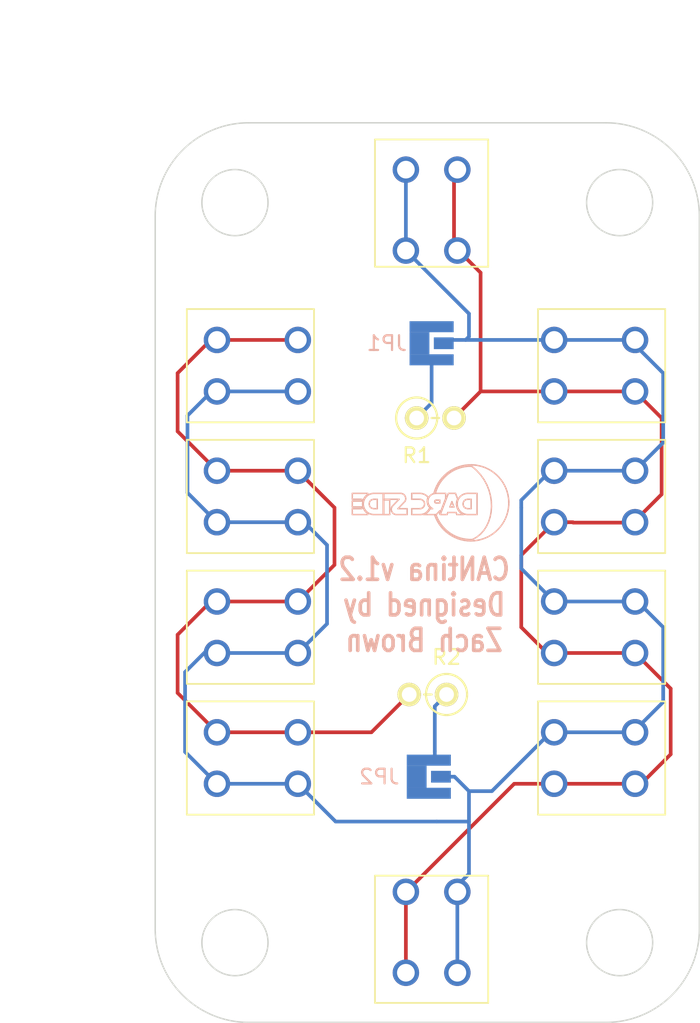
<source format=kicad_pcb>
(kicad_pcb (version 20171130) (host pcbnew "(5.1.2-1)-1")

  (general
    (thickness 1.6)
    (drawings 474)
    (tracks 111)
    (zones 0)
    (modules 14)
    (nets 5)
  )

  (page A4)
  (layers
    (0 F.Cu signal)
    (31 B.Cu signal)
    (32 B.Adhes user)
    (33 F.Adhes user)
    (34 B.Paste user)
    (35 F.Paste user)
    (36 B.SilkS user)
    (37 F.SilkS user)
    (38 B.Mask user)
    (39 F.Mask user)
    (40 Dwgs.User user)
    (41 Cmts.User user)
    (42 Eco1.User user)
    (43 Eco2.User user)
    (44 Edge.Cuts user)
    (45 Margin user)
    (46 B.CrtYd user)
    (47 F.CrtYd user)
    (48 B.Fab user hide)
    (49 F.Fab user hide)
  )

  (setup
    (last_trace_width 0.25)
    (trace_clearance 0.2)
    (zone_clearance 0.508)
    (zone_45_only no)
    (trace_min 0.2)
    (via_size 0.8)
    (via_drill 0.4)
    (via_min_size 0.4)
    (via_min_drill 0.3)
    (uvia_size 0.3)
    (uvia_drill 0.1)
    (uvias_allowed no)
    (uvia_min_size 0.2)
    (uvia_min_drill 0.1)
    (edge_width 0.05)
    (segment_width 0.2)
    (pcb_text_width 0.3)
    (pcb_text_size 1.5 1.5)
    (mod_edge_width 0.12)
    (mod_text_size 1 1)
    (mod_text_width 0.15)
    (pad_size 1.524 1.524)
    (pad_drill 0.762)
    (pad_to_mask_clearance 0.051)
    (solder_mask_min_width 0.25)
    (aux_axis_origin 0 0)
    (visible_elements FFFFFF7F)
    (pcbplotparams
      (layerselection 0x010fc_ffffffff)
      (usegerberextensions false)
      (usegerberattributes false)
      (usegerberadvancedattributes false)
      (creategerberjobfile false)
      (excludeedgelayer true)
      (linewidth 0.100000)
      (plotframeref false)
      (viasonmask false)
      (mode 1)
      (useauxorigin false)
      (hpglpennumber 1)
      (hpglpenspeed 20)
      (hpglpendiameter 15.000000)
      (psnegative false)
      (psa4output false)
      (plotreference true)
      (plotvalue true)
      (plotinvisibletext false)
      (padsonsilk false)
      (subtractmaskfromsilk false)
      (outputformat 1)
      (mirror false)
      (drillshape 0)
      (scaleselection 1)
      (outputdirectory "gerber/"))
  )

  (net 0 "")
  (net 1 "Net-(J1-Pad1)")
  (net 2 "Net-(J1-Pad2)")
  (net 3 "Net-(JP1-Pad2)")
  (net 4 "Net-(JP2-Pad2)")

  (net_class Default "This is the default net class."
    (clearance 0.2)
    (trace_width 0.25)
    (via_dia 0.8)
    (via_drill 0.4)
    (uvia_dia 0.3)
    (uvia_drill 0.1)
    (add_net "Net-(J1-Pad1)")
    (add_net "Net-(J1-Pad2)")
    (add_net "Net-(JP1-Pad2)")
    (add_net "Net-(JP2-Pad2)")
  )

  (module usagi1975/kicad_mod.pretty:Resistors_Vertical_10mm (layer F.Cu) (tedit 54CE53A6) (tstamp 5D97FC29)
    (at 151.892 111.252 180)
    (path /5D765F94)
    (fp_text reference R2 (at 0 2.54) (layer F.SilkS)
      (effects (font (size 1 1) (thickness 0.15)))
    )
    (fp_text value 120 (at 0 -2.54) (layer F.Fab)
      (effects (font (size 1 1) (thickness 0.15)))
    )
    (fp_circle (center 0 0) (end 1.397 0) (layer F.SilkS) (width 0.15))
    (fp_line (start 1.016 0) (end 1.524 0) (layer F.SilkS) (width 0.15))
    (pad 2 thru_hole circle (at 2.54 0 180) (size 1.6 1.6) (drill 1) (layers *.Cu *.Mask F.SilkS)
      (net 1 "Net-(J1-Pad1)"))
    (pad 1 thru_hole circle (at 0 0 180) (size 1.6 1.6) (drill 1) (layers *.Cu *.Mask F.SilkS)
      (net 4 "Net-(JP2-Pad2)"))
  )

  (module usagi1975/kicad_mod.pretty:Resistors_Vertical_10mm (layer F.Cu) (tedit 54CE53A6) (tstamp 5D97FC21)
    (at 149.86 92.456)
    (path /5D753055)
    (fp_text reference R1 (at 0 2.54) (layer F.SilkS)
      (effects (font (size 1 1) (thickness 0.15)))
    )
    (fp_text value 120 (at 0 -2.54) (layer F.Fab)
      (effects (font (size 1 1) (thickness 0.15)))
    )
    (fp_circle (center 0 0) (end 1.397 0) (layer F.SilkS) (width 0.15))
    (fp_line (start 1.016 0) (end 1.524 0) (layer F.SilkS) (width 0.15))
    (pad 2 thru_hole circle (at 2.54 0) (size 1.6 1.6) (drill 1) (layers *.Cu *.Mask F.SilkS)
      (net 1 "Net-(J1-Pad1)"))
    (pad 1 thru_hole circle (at 0 0) (size 1.6 1.6) (drill 1) (layers *.Cu *.Mask F.SilkS)
      (net 3 "Net-(JP1-Pad2)"))
  )

  (module cpavlina/kicad-pcblib/conn-test.pretty:JUMPER-SOLDER-3mm (layer B.Cu) (tedit 55CF073B) (tstamp 5D97FC19)
    (at 150.685 116.84)
    (path /5D7652F4)
    (fp_text reference JP2 (at -3.365 0) (layer B.SilkS)
      (effects (font (size 1 1) (thickness 0.15)) (justify mirror))
    )
    (fp_text value SolderJumper_2_Open (at 0 0) (layer B.Fab)
      (effects (font (size 1 1) (thickness 0.15)) (justify mirror))
    )
    (pad 2 smd rect (at 0 -1.125) (size 3 0.75) (layers B.Cu B.Paste B.Mask)
      (net 4 "Net-(JP2-Pad2)"))
    (pad 2 smd rect (at 0 1.125) (size 3 0.75) (layers B.Cu B.Paste B.Mask)
      (net 4 "Net-(JP2-Pad2)"))
    (pad 2 smd rect (at -0.825 0) (size 1.35 1.5) (layers B.Cu B.Paste B.Mask)
      (net 4 "Net-(JP2-Pad2)"))
    (pad 1 smd rect (at 0.825 0) (size 1.35 0.8) (layers B.Cu B.Paste B.Mask)
      (net 2 "Net-(J1-Pad2)"))
  )

  (module cpavlina/kicad-pcblib/conn-test.pretty:JUMPER-SOLDER-3mm (layer B.Cu) (tedit 55CF073B) (tstamp 5D97FC11)
    (at 150.876 87.376)
    (path /5D75ECBD)
    (fp_text reference JP1 (at -3.048 0) (layer B.SilkS)
      (effects (font (size 1 1) (thickness 0.15)) (justify mirror))
    )
    (fp_text value SolderJumper_2_Open (at 0 0) (layer B.Fab)
      (effects (font (size 1 1) (thickness 0.15)) (justify mirror))
    )
    (pad 2 smd rect (at 0 -1.125) (size 3 0.75) (layers B.Cu B.Paste B.Mask)
      (net 3 "Net-(JP1-Pad2)"))
    (pad 2 smd rect (at 0 1.125) (size 3 0.75) (layers B.Cu B.Paste B.Mask)
      (net 3 "Net-(JP1-Pad2)"))
    (pad 2 smd rect (at -0.825 0) (size 1.35 1.5) (layers B.Cu B.Paste B.Mask)
      (net 3 "Net-(JP1-Pad2)"))
    (pad 1 smd rect (at 0.825 0) (size 1.35 0.8) (layers B.Cu B.Paste B.Mask)
      (net 2 "Net-(J1-Pad2)"))
  )

  (module Weidmuller:LSF-SMT-3.5-2 (layer F.Cu) (tedit 5D4DED30) (tstamp 5D97FC09)
    (at 138.43 97.79 270)
    (path /5D73B354)
    (fp_text reference J10 (at 0 -6 90) (layer F.Fab)
      (effects (font (size 1 1) (thickness 0.15)))
    )
    (fp_text value Screw_Terminal_01x02 (at 0 0 90) (layer F.Fab)
      (effects (font (size 1 1) (thickness 0.15)))
    )
    (fp_line (start -3.85 -4.45) (end -3.85 4.2) (layer F.SilkS) (width 0.12))
    (fp_line (start 3.85 4.2) (end 3.85 -4.45) (layer F.SilkS) (width 0.12))
    (fp_line (start -3.85 -4.45) (end 3.85 -4.45) (layer F.SilkS) (width 0.12))
    (fp_line (start 3.85 4.2) (end -3.85 4.2) (layer F.SilkS) (width 0.12))
    (fp_text user BACK (at 0 -5.05 90) (layer F.Fab)
      (effects (font (size 0.75 0.75) (thickness 0.15)))
    )
    (pad 1 thru_hole circle (at -1.75 -3.35 270) (size 1.8 1.8) (drill 1.2) (layers *.Cu *.Mask)
      (net 1 "Net-(J1-Pad1)"))
    (pad 1 thru_hole circle (at -1.75 2.15 270) (size 1.8 1.8) (drill 1.2) (layers *.Cu *.Mask)
      (net 1 "Net-(J1-Pad1)"))
    (pad 2 thru_hole circle (at 1.75 -3.35 270) (size 1.8 1.8) (drill 1.2) (layers *.Cu *.Mask)
      (net 2 "Net-(J1-Pad2)"))
    (pad 2 thru_hole circle (at 1.75 2.15 270) (size 1.8 1.8) (drill 1.2) (layers *.Cu *.Mask)
      (net 2 "Net-(J1-Pad2)"))
  )

  (module Weidmuller:LSF-SMT-3.5-2 (layer F.Cu) (tedit 5D4DED30) (tstamp 5D97FBFC)
    (at 138.43 106.68 270)
    (path /5D73B187)
    (fp_text reference J9 (at 0 -6 90) (layer F.Fab)
      (effects (font (size 1 1) (thickness 0.15)))
    )
    (fp_text value Screw_Terminal_01x02 (at 0 0 90) (layer F.Fab)
      (effects (font (size 1 1) (thickness 0.15)))
    )
    (fp_line (start -3.85 -4.45) (end -3.85 4.2) (layer F.SilkS) (width 0.12))
    (fp_line (start 3.85 4.2) (end 3.85 -4.45) (layer F.SilkS) (width 0.12))
    (fp_line (start -3.85 -4.45) (end 3.85 -4.45) (layer F.SilkS) (width 0.12))
    (fp_line (start 3.85 4.2) (end -3.85 4.2) (layer F.SilkS) (width 0.12))
    (fp_text user BACK (at 0 -5.05 90) (layer F.Fab)
      (effects (font (size 0.75 0.75) (thickness 0.15)))
    )
    (pad 1 thru_hole circle (at -1.75 -3.35 270) (size 1.8 1.8) (drill 1.2) (layers *.Cu *.Mask)
      (net 1 "Net-(J1-Pad1)"))
    (pad 1 thru_hole circle (at -1.75 2.15 270) (size 1.8 1.8) (drill 1.2) (layers *.Cu *.Mask)
      (net 1 "Net-(J1-Pad1)"))
    (pad 2 thru_hole circle (at 1.75 -3.35 270) (size 1.8 1.8) (drill 1.2) (layers *.Cu *.Mask)
      (net 2 "Net-(J1-Pad2)"))
    (pad 2 thru_hole circle (at 1.75 2.15 270) (size 1.8 1.8) (drill 1.2) (layers *.Cu *.Mask)
      (net 2 "Net-(J1-Pad2)"))
  )

  (module Weidmuller:LSF-SMT-3.5-2 (layer F.Cu) (tedit 5D4DED30) (tstamp 5D9802DB)
    (at 138.43 88.9 270)
    (path /5D767857)
    (fp_text reference J8 (at 0 -6 90) (layer F.Fab)
      (effects (font (size 1 1) (thickness 0.15)))
    )
    (fp_text value Screw_Terminal_01x02 (at 0 0 90) (layer F.Fab)
      (effects (font (size 1 1) (thickness 0.15)))
    )
    (fp_line (start -3.85 -4.45) (end -3.85 4.2) (layer F.SilkS) (width 0.12))
    (fp_line (start 3.85 4.2) (end 3.85 -4.45) (layer F.SilkS) (width 0.12))
    (fp_line (start -3.85 -4.45) (end 3.85 -4.45) (layer F.SilkS) (width 0.12))
    (fp_line (start 3.85 4.2) (end -3.85 4.2) (layer F.SilkS) (width 0.12))
    (fp_text user BACK (at 0 -5.05 90) (layer F.Fab)
      (effects (font (size 0.75 0.75) (thickness 0.15)))
    )
    (pad 1 thru_hole circle (at -1.75 -3.35 270) (size 1.8 1.8) (drill 1.2) (layers *.Cu *.Mask)
      (net 1 "Net-(J1-Pad1)"))
    (pad 1 thru_hole circle (at -1.75 2.15 270) (size 1.8 1.8) (drill 1.2) (layers *.Cu *.Mask)
      (net 1 "Net-(J1-Pad1)"))
    (pad 2 thru_hole circle (at 1.75 -3.35 270) (size 1.8 1.8) (drill 1.2) (layers *.Cu *.Mask)
      (net 2 "Net-(J1-Pad2)"))
    (pad 2 thru_hole circle (at 1.75 2.15 270) (size 1.8 1.8) (drill 1.2) (layers *.Cu *.Mask)
      (net 2 "Net-(J1-Pad2)"))
  )

  (module Weidmuller:LSF-SMT-3.5-2 (layer F.Cu) (tedit 5D4DED30) (tstamp 5D980479)
    (at 162.56 115.57 90)
    (path /5D767F11)
    (fp_text reference J7 (at 0 -6 90) (layer F.Fab)
      (effects (font (size 1 1) (thickness 0.15)))
    )
    (fp_text value Screw_Terminal_01x02 (at 0 0 90) (layer F.Fab)
      (effects (font (size 1 1) (thickness 0.15)))
    )
    (fp_line (start -3.85 -4.45) (end -3.85 4.2) (layer F.SilkS) (width 0.12))
    (fp_line (start 3.85 4.2) (end 3.85 -4.45) (layer F.SilkS) (width 0.12))
    (fp_line (start -3.85 -4.45) (end 3.85 -4.45) (layer F.SilkS) (width 0.12))
    (fp_line (start 3.85 4.2) (end -3.85 4.2) (layer F.SilkS) (width 0.12))
    (fp_text user BACK (at 0 -5.05 90) (layer F.Fab)
      (effects (font (size 0.75 0.75) (thickness 0.15)))
    )
    (pad 1 thru_hole circle (at -1.75 -3.35 90) (size 1.8 1.8) (drill 1.2) (layers *.Cu *.Mask)
      (net 1 "Net-(J1-Pad1)"))
    (pad 1 thru_hole circle (at -1.75 2.15 90) (size 1.8 1.8) (drill 1.2) (layers *.Cu *.Mask)
      (net 1 "Net-(J1-Pad1)"))
    (pad 2 thru_hole circle (at 1.75 -3.35 90) (size 1.8 1.8) (drill 1.2) (layers *.Cu *.Mask)
      (net 2 "Net-(J1-Pad2)"))
    (pad 2 thru_hole circle (at 1.75 2.15 90) (size 1.8 1.8) (drill 1.2) (layers *.Cu *.Mask)
      (net 2 "Net-(J1-Pad2)"))
  )

  (module Weidmuller:LSF-SMT-3.5-2 (layer F.Cu) (tedit 5D4DED30) (tstamp 5D97FBD5)
    (at 138.43 115.57 270)
    (path /5D76A41C)
    (fp_text reference J6 (at 0 -6 90) (layer F.Fab)
      (effects (font (size 1 1) (thickness 0.15)))
    )
    (fp_text value Screw_Terminal_01x02 (at 0 0 90) (layer F.Fab)
      (effects (font (size 1 1) (thickness 0.15)))
    )
    (fp_line (start -3.85 -4.45) (end -3.85 4.2) (layer F.SilkS) (width 0.12))
    (fp_line (start 3.85 4.2) (end 3.85 -4.45) (layer F.SilkS) (width 0.12))
    (fp_line (start -3.85 -4.45) (end 3.85 -4.45) (layer F.SilkS) (width 0.12))
    (fp_line (start 3.85 4.2) (end -3.85 4.2) (layer F.SilkS) (width 0.12))
    (fp_text user BACK (at 0 -5.05 90) (layer F.Fab)
      (effects (font (size 0.75 0.75) (thickness 0.15)))
    )
    (pad 1 thru_hole circle (at -1.75 -3.35 270) (size 1.8 1.8) (drill 1.2) (layers *.Cu *.Mask)
      (net 1 "Net-(J1-Pad1)"))
    (pad 1 thru_hole circle (at -1.75 2.15 270) (size 1.8 1.8) (drill 1.2) (layers *.Cu *.Mask)
      (net 1 "Net-(J1-Pad1)"))
    (pad 2 thru_hole circle (at 1.75 -3.35 270) (size 1.8 1.8) (drill 1.2) (layers *.Cu *.Mask)
      (net 2 "Net-(J1-Pad2)"))
    (pad 2 thru_hole circle (at 1.75 2.15 270) (size 1.8 1.8) (drill 1.2) (layers *.Cu *.Mask)
      (net 2 "Net-(J1-Pad2)"))
  )

  (module Weidmuller:LSF-SMT-3.5-2 (layer F.Cu) (tedit 5D4DED30) (tstamp 5D97FBC8)
    (at 162.56 97.79 90)
    (path /5D76B3B4)
    (fp_text reference J5 (at 0 -6 90) (layer F.Fab)
      (effects (font (size 1 1) (thickness 0.15)))
    )
    (fp_text value Screw_Terminal_01x02 (at 0 0 90) (layer F.Fab)
      (effects (font (size 1 1) (thickness 0.15)))
    )
    (fp_line (start -3.85 -4.45) (end -3.85 4.2) (layer F.SilkS) (width 0.12))
    (fp_line (start 3.85 4.2) (end 3.85 -4.45) (layer F.SilkS) (width 0.12))
    (fp_line (start -3.85 -4.45) (end 3.85 -4.45) (layer F.SilkS) (width 0.12))
    (fp_line (start 3.85 4.2) (end -3.85 4.2) (layer F.SilkS) (width 0.12))
    (fp_text user BACK (at 0 -5.05 90) (layer F.Fab)
      (effects (font (size 0.75 0.75) (thickness 0.15)))
    )
    (pad 1 thru_hole circle (at -1.75 -3.35 90) (size 1.8 1.8) (drill 1.2) (layers *.Cu *.Mask)
      (net 1 "Net-(J1-Pad1)"))
    (pad 1 thru_hole circle (at -1.75 2.15 90) (size 1.8 1.8) (drill 1.2) (layers *.Cu *.Mask)
      (net 1 "Net-(J1-Pad1)"))
    (pad 2 thru_hole circle (at 1.75 -3.35 90) (size 1.8 1.8) (drill 1.2) (layers *.Cu *.Mask)
      (net 2 "Net-(J1-Pad2)"))
    (pad 2 thru_hole circle (at 1.75 2.15 90) (size 1.8 1.8) (drill 1.2) (layers *.Cu *.Mask)
      (net 2 "Net-(J1-Pad2)"))
  )

  (module Weidmuller:LSF-SMT-3.5-2 (layer F.Cu) (tedit 5D4DED30) (tstamp 5D98040D)
    (at 162.56 106.68 90)
    (path /5D76965A)
    (fp_text reference J4 (at 0 -6 90) (layer F.Fab)
      (effects (font (size 1 1) (thickness 0.15)))
    )
    (fp_text value Screw_Terminal_01x02 (at 0 0 90) (layer F.Fab)
      (effects (font (size 1 1) (thickness 0.15)))
    )
    (fp_line (start -3.85 -4.45) (end -3.85 4.2) (layer F.SilkS) (width 0.12))
    (fp_line (start 3.85 4.2) (end 3.85 -4.45) (layer F.SilkS) (width 0.12))
    (fp_line (start -3.85 -4.45) (end 3.85 -4.45) (layer F.SilkS) (width 0.12))
    (fp_line (start 3.85 4.2) (end -3.85 4.2) (layer F.SilkS) (width 0.12))
    (fp_text user BACK (at 0 -5.05 90) (layer F.Fab)
      (effects (font (size 0.75 0.75) (thickness 0.15)))
    )
    (pad 1 thru_hole circle (at -1.75 -3.35 90) (size 1.8 1.8) (drill 1.2) (layers *.Cu *.Mask)
      (net 1 "Net-(J1-Pad1)"))
    (pad 1 thru_hole circle (at -1.75 2.15 90) (size 1.8 1.8) (drill 1.2) (layers *.Cu *.Mask)
      (net 1 "Net-(J1-Pad1)"))
    (pad 2 thru_hole circle (at 1.75 -3.35 90) (size 1.8 1.8) (drill 1.2) (layers *.Cu *.Mask)
      (net 2 "Net-(J1-Pad2)"))
    (pad 2 thru_hole circle (at 1.75 2.15 90) (size 1.8 1.8) (drill 1.2) (layers *.Cu *.Mask)
      (net 2 "Net-(J1-Pad2)"))
  )

  (module Weidmuller:LSF-SMT-3.5-2 (layer F.Cu) (tedit 5D4DED30) (tstamp 5D980455)
    (at 162.56 88.9 90)
    (path /5D769066)
    (fp_text reference J3 (at 0 -6 90) (layer F.Fab)
      (effects (font (size 1 1) (thickness 0.15)))
    )
    (fp_text value Screw_Terminal_01x02 (at 0 0 90) (layer F.Fab)
      (effects (font (size 1 1) (thickness 0.15)))
    )
    (fp_line (start -3.85 -4.45) (end -3.85 4.2) (layer F.SilkS) (width 0.12))
    (fp_line (start 3.85 4.2) (end 3.85 -4.45) (layer F.SilkS) (width 0.12))
    (fp_line (start -3.85 -4.45) (end 3.85 -4.45) (layer F.SilkS) (width 0.12))
    (fp_line (start 3.85 4.2) (end -3.85 4.2) (layer F.SilkS) (width 0.12))
    (fp_text user BACK (at 0 -5.05 90) (layer F.Fab)
      (effects (font (size 0.75 0.75) (thickness 0.15)))
    )
    (pad 1 thru_hole circle (at -1.75 -3.35 90) (size 1.8 1.8) (drill 1.2) (layers *.Cu *.Mask)
      (net 1 "Net-(J1-Pad1)"))
    (pad 1 thru_hole circle (at -1.75 2.15 90) (size 1.8 1.8) (drill 1.2) (layers *.Cu *.Mask)
      (net 1 "Net-(J1-Pad1)"))
    (pad 2 thru_hole circle (at 1.75 -3.35 90) (size 1.8 1.8) (drill 1.2) (layers *.Cu *.Mask)
      (net 2 "Net-(J1-Pad2)"))
    (pad 2 thru_hole circle (at 1.75 2.15 90) (size 1.8 1.8) (drill 1.2) (layers *.Cu *.Mask)
      (net 2 "Net-(J1-Pad2)"))
  )

  (module Weidmuller:LSF-SMT-3.5-2 (layer F.Cu) (tedit 5D4DED30) (tstamp 5D97FBA1)
    (at 150.876 128.016)
    (path /5D768A51)
    (fp_text reference J2 (at 0 -6) (layer F.Fab)
      (effects (font (size 1 1) (thickness 0.15)))
    )
    (fp_text value Screw_Terminal_01x02 (at 0 0) (layer F.Fab)
      (effects (font (size 1 1) (thickness 0.15)))
    )
    (fp_line (start -3.85 -4.45) (end -3.85 4.2) (layer F.SilkS) (width 0.12))
    (fp_line (start 3.85 4.2) (end 3.85 -4.45) (layer F.SilkS) (width 0.12))
    (fp_line (start -3.85 -4.45) (end 3.85 -4.45) (layer F.SilkS) (width 0.12))
    (fp_line (start 3.85 4.2) (end -3.85 4.2) (layer F.SilkS) (width 0.12))
    (fp_text user BACK (at 0 -5.05) (layer F.Fab)
      (effects (font (size 0.75 0.75) (thickness 0.15)))
    )
    (pad 1 thru_hole circle (at -1.75 -3.35) (size 1.8 1.8) (drill 1.2) (layers *.Cu *.Mask)
      (net 1 "Net-(J1-Pad1)"))
    (pad 1 thru_hole circle (at -1.75 2.15) (size 1.8 1.8) (drill 1.2) (layers *.Cu *.Mask)
      (net 1 "Net-(J1-Pad1)"))
    (pad 2 thru_hole circle (at 1.75 -3.35) (size 1.8 1.8) (drill 1.2) (layers *.Cu *.Mask)
      (net 2 "Net-(J1-Pad2)"))
    (pad 2 thru_hole circle (at 1.75 2.15) (size 1.8 1.8) (drill 1.2) (layers *.Cu *.Mask)
      (net 2 "Net-(J1-Pad2)"))
  )

  (module Weidmuller:LSF-SMT-3.5-2 (layer F.Cu) (tedit 5D4DED30) (tstamp 5D98063C)
    (at 150.876 77.724 180)
    (path /5D7683BB)
    (fp_text reference J1 (at 0 -6) (layer F.Fab)
      (effects (font (size 1 1) (thickness 0.15)))
    )
    (fp_text value Screw_Terminal_01x02 (at 0 0) (layer F.Fab)
      (effects (font (size 1 1) (thickness 0.15)))
    )
    (fp_line (start -3.85 -4.45) (end -3.85 4.2) (layer F.SilkS) (width 0.12))
    (fp_line (start 3.85 4.2) (end 3.85 -4.45) (layer F.SilkS) (width 0.12))
    (fp_line (start -3.85 -4.45) (end 3.85 -4.45) (layer F.SilkS) (width 0.12))
    (fp_line (start 3.85 4.2) (end -3.85 4.2) (layer F.SilkS) (width 0.12))
    (fp_text user BACK (at 0 -5.05) (layer F.Fab)
      (effects (font (size 0.75 0.75) (thickness 0.15)))
    )
    (pad 1 thru_hole circle (at -1.75 -3.35 180) (size 1.8 1.8) (drill 1.2) (layers *.Cu *.Mask)
      (net 1 "Net-(J1-Pad1)"))
    (pad 1 thru_hole circle (at -1.75 2.15 180) (size 1.8 1.8) (drill 1.2) (layers *.Cu *.Mask)
      (net 1 "Net-(J1-Pad1)"))
    (pad 2 thru_hole circle (at 1.75 -3.35 180) (size 1.8 1.8) (drill 1.2) (layers *.Cu *.Mask)
      (net 2 "Net-(J1-Pad2)"))
    (pad 2 thru_hole circle (at 1.75 2.15 180) (size 1.8 1.8) (drill 1.2) (layers *.Cu *.Mask)
      (net 2 "Net-(J1-Pad2)"))
  )

  (dimension 37.00355 (width 0.12) (layer Dwgs.User)
    (gr_text "37.004 mm" (at 150.581775 64.77) (layer Dwgs.User)
      (effects (font (size 1 1) (thickness 0.15)))
    )
    (feature1 (pts (xy 169.08355 78.74) (xy 169.08355 65.453579)))
    (feature2 (pts (xy 132.08 78.74) (xy 132.08 65.453579)))
    (crossbar (pts (xy 132.08 66.04) (xy 169.08355 66.04)))
    (arrow1a (pts (xy 169.08355 66.04) (xy 167.957046 66.626421)))
    (arrow1b (pts (xy 169.08355 66.04) (xy 167.957046 65.453579)))
    (arrow2a (pts (xy 132.08 66.04) (xy 133.206504 66.626421)))
    (arrow2b (pts (xy 132.08 66.04) (xy 133.206504 65.453579)))
  )
  (dimension 61.150326 (width 0.12) (layer Dwgs.User)
    (gr_text "61.150 mm" (at 125.222001 102.965163 270) (layer Dwgs.User)
      (effects (font (size 1 1) (thickness 0.15)))
    )
    (feature1 (pts (xy 138.43 133.540326) (xy 125.90558 133.540326)))
    (feature2 (pts (xy 138.43 72.39) (xy 125.90558 72.39)))
    (crossbar (pts (xy 126.492001 72.39) (xy 126.492001 133.540326)))
    (arrow1a (pts (xy 126.492001 133.540326) (xy 125.90558 132.413822)))
    (arrow1b (pts (xy 126.492001 133.540326) (xy 127.078422 132.413822)))
    (arrow2a (pts (xy 126.492001 72.39) (xy 125.90558 73.516504)))
    (arrow2b (pts (xy 126.492001 72.39) (xy 127.078422 73.516504)))
  )
  (gr_line (start 150.07494 97.97874) (end 150.07494 97.97874) (layer B.SilkS) (width 0.099999))
  (gr_line (start 150.07537 97.97924) (end 150.07494 97.97874) (layer B.SilkS) (width 0.099999))
  (gr_line (start 150.09903 97.97901) (end 150.07537 97.97924) (layer B.SilkS) (width 0.099999))
  (gr_line (start 150.16999 97.99274) (end 150.09903 97.97901) (layer B.SilkS) (width 0.099999))
  (gr_line (start 150.25468 98.0325) (end 150.16999 97.99274) (layer B.SilkS) (width 0.099999))
  (gr_line (start 150.32429 98.09506) (end 150.25468 98.0325) (layer B.SilkS) (width 0.099999))
  (gr_line (start 150.36454 98.15507) (end 150.32429 98.09506) (layer B.SilkS) (width 0.099999))
  (gr_line (start 150.37355 98.17693) (end 150.36454 98.15507) (layer B.SilkS) (width 0.099999))
  (gr_line (start 150.38261 98.19874) (end 150.37355 98.17693) (layer B.SilkS) (width 0.099999))
  (gr_line (start 150.3965 98.26965) (end 150.38261 98.19874) (layer B.SilkS) (width 0.099999))
  (gr_line (start 150.3914 98.36307) (end 150.3965 98.26965) (layer B.SilkS) (width 0.099999))
  (gr_line (start 150.35955 98.45107) (end 150.3914 98.36307) (layer B.SilkS) (width 0.099999))
  (gr_line (start 150.31903 98.51092) (end 150.35955 98.45107) (layer B.SilkS) (width 0.099999))
  (gr_line (start 150.30215 98.52746) (end 150.31903 98.51092) (layer B.SilkS) (width 0.099999))
  (gr_line (start 150.29771 98.53196) (end 150.30215 98.52746) (layer B.SilkS) (width 0.099999))
  (gr_line (start 150.24822 98.57157) (end 150.29771 98.53196) (layer B.SilkS) (width 0.099999))
  (gr_line (start 150.24285 98.57499) (end 150.24822 98.57157) (layer B.SilkS) (width 0.099999))
  (gr_line (start 150.23308 98.58225) (end 150.24285 98.57499) (layer B.SilkS) (width 0.099999))
  (gr_line (start 150.17878 98.60829) (end 150.23308 98.58225) (layer B.SilkS) (width 0.099999))
  (gr_line (start 150.11964 98.61964) (end 150.17878 98.60829) (layer B.SilkS) (width 0.099999))
  (gr_line (start 150.10743 98.61964) (end 150.11964 98.61964) (layer B.SilkS) (width 0.099999))
  (gr_line (start 150.10478 98.61986) (end 150.10743 98.61964) (layer B.SilkS) (width 0.099999))
  (gr_line (start 150.08307 98.6211) (end 150.10478 98.61986) (layer B.SilkS) (width 0.099999))
  (gr_line (start 150.07494 98.6211) (end 150.08307 98.6211) (layer B.SilkS) (width 0.099999))
  (gr_line (start 149.52535 98.6211) (end 150.07494 98.6211) (layer B.SilkS) (width 0.099999))
  (gr_line (start 149.52535 99.02079) (end 149.52535 98.6211) (layer B.SilkS) (width 0.099999))
  (gr_line (start 150.07515 99.02079) (end 149.52535 99.02079) (layer B.SilkS) (width 0.099999))
  (gr_line (start 150.08264 99.02079) (end 150.07515 99.02079) (layer B.SilkS) (width 0.099999))
  (gr_line (start 150.105 99.02025) (end 150.08264 99.02079) (layer B.SilkS) (width 0.099999))
  (gr_line (start 150.10765 99.02019) (end 150.105 99.02025) (layer B.SilkS) (width 0.099999))
  (gr_line (start 150.13619 99.02035) (end 150.10765 99.02019) (layer B.SilkS) (width 0.099999))
  (gr_line (start 150.22192 99.01064) (end 150.13619 99.02035) (layer B.SilkS) (width 0.099999))
  (gr_line (start 150.33167 98.98101) (end 150.22192 99.01064) (layer B.SilkS) (width 0.099999))
  (gr_line (start 150.43442 98.93236) (end 150.33167 98.98101) (layer B.SilkS) (width 0.099999))
  (gr_line (start 150.50598 98.88418) (end 150.43442 98.93236) (layer B.SilkS) (width 0.099999))
  (gr_line (start 150.52757 98.86557) (end 150.50598 98.88418) (layer B.SilkS) (width 0.099999))
  (gr_line (start 150.53235 98.8615) (end 150.52757 98.86557) (layer B.SilkS) (width 0.099999))
  (gr_line (start 150.57808 98.81875) (end 150.53235 98.8615) (layer B.SilkS) (width 0.099999))
  (gr_line (start 150.58243 98.81425) (end 150.57808 98.81875) (layer B.SilkS) (width 0.099999))
  (gr_line (start 150.59935 98.796781) (end 150.58243 98.81425) (layer B.SilkS) (width 0.099999))
  (gr_line (start 150.67379 98.70135) (end 150.59935 98.796781) (layer B.SilkS) (width 0.099999))
  (gr_line (start 150.73401 98.59636) (end 150.67379 98.70135) (layer B.SilkS) (width 0.099999))
  (gr_line (start 150.74378 98.57413) (end 150.73401 98.59636) (layer B.SilkS) (width 0.099999))
  (gr_line (start 150.74492 98.57135) (end 150.74378 98.57413) (layer B.SilkS) (width 0.099999))
  (gr_line (start 150.7555 98.54357) (end 150.74492 98.57135) (layer B.SilkS) (width 0.099999))
  (gr_line (start 150.75642 98.54081) (end 150.7555 98.54357) (layer B.SilkS) (width 0.099999))
  (gr_line (start 150.7485 98.53283) (end 150.75642 98.54081) (layer B.SilkS) (width 0.099999))
  (gr_line (start 150.67742 98.44597) (end 150.7485 98.53283) (layer B.SilkS) (width 0.099999))
  (gr_line (start 150.67118 98.43664) (end 150.67742 98.44597) (layer B.SilkS) (width 0.099999))
  (gr_line (start 150.65018 98.40453) (end 150.67118 98.43664) (layer B.SilkS) (width 0.099999))
  (gr_line (start 150.60407 98.29695) (end 150.65018 98.40453) (layer B.SilkS) (width 0.099999))
  (gr_line (start 150.57586 98.14708) (end 150.60407 98.29695) (layer B.SilkS) (width 0.099999))
  (gr_line (start 150.58704 97.99507) (end 150.57586 98.14708) (layer B.SilkS) (width 0.099999))
  (gr_line (start 150.62072 97.88299) (end 150.58704 97.99507) (layer B.SilkS) (width 0.099999))
  (gr_line (start 150.63798 97.8487) (end 150.62072 97.88299) (layer B.SilkS) (width 0.099999))
  (gr_line (start 150.6338 97.84354) (end 150.63798 97.8487) (layer B.SilkS) (width 0.099999))
  (gr_line (start 150.58947 97.79461) (end 150.6338 97.84354) (layer B.SilkS) (width 0.099999))
  (gr_line (start 150.58476 97.78995) (end 150.58947 97.79461) (layer B.SilkS) (width 0.099999))
  (gr_line (start 150.55947 97.7646) (end 150.58476 97.78995) (layer B.SilkS) (width 0.099999))
  (gr_line (start 150.47425 97.69803) (end 150.55947 97.7646) (layer B.SilkS) (width 0.099999))
  (gr_line (start 150.35239 97.63222) (end 150.47425 97.69803) (layer B.SilkS) (width 0.099999))
  (gr_line (start 150.2193 97.59263) (end 150.35239 97.63222) (layer B.SilkS) (width 0.099999))
  (gr_line (start 150.11107 97.57943) (end 150.2193 97.59263) (layer B.SilkS) (width 0.099999))
  (gr_line (start 150.07494 97.57943) (end 150.11107 97.57943) (layer B.SilkS) (width 0.099999))
  (gr_line (start 149.52535 97.57943) (end 150.07494 97.57943) (layer B.SilkS) (width 0.099999))
  (gr_line (start 149.52535 97.97874) (end 149.52535 97.57943) (layer B.SilkS) (width 0.099999))
  (gr_line (start 150.07494 97.97874) (end 149.52535 97.97874) (layer B.SilkS) (width 0.099999))
  (gr_line (start 151.11818 98.20671) (end 151.11818 98.20671) (layer B.SilkS) (width 0.099999))
  (gr_line (start 151.11818 98.20622) (end 151.11818 98.20671) (layer B.SilkS) (width 0.099999))
  (gr_line (start 151.11351 98.20161) (end 151.11818 98.20622) (layer B.SilkS) (width 0.099999))
  (gr_line (start 151.09658 98.17417) (end 151.11351 98.20161) (layer B.SilkS) (width 0.099999))
  (gr_line (start 151.08915 98.14281) (end 151.09658 98.17417) (layer B.SilkS) (width 0.099999))
  (gr_line (start 151.08921 98.13624) (end 151.08915 98.14281) (layer B.SilkS) (width 0.099999))
  (gr_line (start 151.08921 98.12681) (end 151.08921 98.13624) (layer B.SilkS) (width 0.099999))
  (gr_line (start 151.09669 98.09853) (end 151.08921 98.12681) (layer B.SilkS) (width 0.099999))
  (gr_line (start 151.11335 98.07125) (end 151.09669 98.09853) (layer B.SilkS) (width 0.099999))
  (gr_line (start 151.11796 98.06663) (end 151.11335 98.07125) (layer B.SilkS) (width 0.099999))
  (gr_line (start 151.12257 98.06197) (end 151.11796 98.06663) (layer B.SilkS) (width 0.099999))
  (gr_line (start 151.14992 98.04525) (end 151.12257 98.06197) (layer B.SilkS) (width 0.099999))
  (gr_line (start 151.17818 98.03776) (end 151.14992 98.04525) (layer B.SilkS) (width 0.099999))
  (gr_line (start 151.18757 98.03776) (end 151.17818 98.03776) (layer B.SilkS) (width 0.099999))
  (gr_line (start 151.4316 98.03776) (end 151.18757 98.03776) (layer B.SilkS) (width 0.099999))
  (gr_line (start 151.4316 98.23547) (end 151.4316 98.03776) (layer B.SilkS) (width 0.099999))
  (gr_line (start 151.18773 98.23547) (end 151.4316 98.23547) (layer B.SilkS) (width 0.099999))
  (gr_line (start 151.18122 98.23553) (end 151.18773 98.23547) (layer B.SilkS) (width 0.099999))
  (gr_line (start 151.15008 98.22814) (end 151.18122 98.23553) (layer B.SilkS) (width 0.099999))
  (gr_line (start 151.12279 98.21132) (end 151.15008 98.22814) (layer B.SilkS) (width 0.099999))
  (gr_line (start 151.11818 98.20671) (end 151.12279 98.21132) (layer B.SilkS) (width 0.099999))
  (gr_line (start 150.77861 98.6211) (end 150.77861 98.6211) (layer B.SilkS) (width 0.099999))
  (gr_line (start 150.76987 98.63792) (end 150.77861 98.6211) (layer B.SilkS) (width 0.099999))
  (gr_line (start 150.71974 98.71843) (end 150.76987 98.63792) (layer B.SilkS) (width 0.099999))
  (gr_line (start 150.66158 98.79331) (end 150.71974 98.71843) (layer B.SilkS) (width 0.099999))
  (gr_line (start 150.64878 98.807361) (end 150.66158 98.79331) (layer B.SilkS) (width 0.099999))
  (gr_line (start 150.63287 98.8251) (end 150.64878 98.807361) (layer B.SilkS) (width 0.099999))
  (gr_line (start 150.58004 98.87388) (end 150.63287 98.8251) (layer B.SilkS) (width 0.099999))
  (gr_line (start 150.49665 98.93821) (end 150.58004 98.87388) (layer B.SilkS) (width 0.099999))
  (gr_line (start 150.40973 98.99063) (end 150.49665 98.93821) (layer B.SilkS) (width 0.099999))
  (gr_line (start 150.35098 99.01645) (end 150.40973 98.99063) (layer B.SilkS) (width 0.099999))
  (gr_line (start 150.33047 99.02111) (end 150.35098 99.01645) (layer B.SilkS) (width 0.099999))
  (gr_line (start 151.19369 99.02111) (end 150.33047 99.02111) (layer B.SilkS) (width 0.099999))
  (gr_line (start 151.4316 98.76385) (end 151.19369 99.02111) (layer B.SilkS) (width 0.099999))
  (gr_line (start 151.4316 98.97674) (end 151.4316 98.76385) (layer B.SilkS) (width 0.099999))
  (gr_line (start 151.83232 97.92953) (end 151.4316 98.97674) (layer B.SilkS) (width 0.099999))
  (gr_line (start 151.83232 97.58008) (end 151.83232 97.92953) (layer B.SilkS) (width 0.099999))
  (gr_line (start 151.15192 97.58008) (end 151.83232 97.58008) (layer B.SilkS) (width 0.099999))
  (gr_line (start 151.12512 97.58031) (end 151.15192 97.58008) (layer B.SilkS) (width 0.099999))
  (gr_line (start 151.04472 97.59186) (end 151.12512 97.58031) (layer B.SilkS) (width 0.099999))
  (gr_line (start 150.94494 97.62371) (end 151.04472 97.59186) (layer B.SilkS) (width 0.099999))
  (gr_line (start 150.85472 97.6734) (end 150.94494 97.62371) (layer B.SilkS) (width 0.099999))
  (gr_line (start 150.77617 97.73889) (end 150.85472 97.6734) (layer B.SilkS) (width 0.099999))
  (gr_line (start 150.71139 97.81804) (end 150.77617 97.73889) (layer B.SilkS) (width 0.099999))
  (gr_line (start 150.6625 97.90869) (end 150.71139 97.81804) (layer B.SilkS) (width 0.099999))
  (gr_line (start 150.63158 98.00875) (end 150.6625 97.90869) (layer B.SilkS) (width 0.099999))
  (gr_line (start 150.62072 98.08925) (end 150.63158 98.00875) (layer B.SilkS) (width 0.099999))
  (gr_line (start 150.62067 98.11611) (end 150.62072 98.08925) (layer B.SilkS) (width 0.099999))
  (gr_line (start 150.62057 98.14238) (end 150.62067 98.11611) (layer B.SilkS) (width 0.099999))
  (gr_line (start 150.64297 98.27051) (end 150.62057 98.14238) (layer B.SilkS) (width 0.099999))
  (gr_line (start 150.69468 98.38982) (end 150.64297 98.27051) (layer B.SilkS) (width 0.099999))
  (gr_line (start 150.70921 98.41174) (end 150.69468 98.38982) (layer B.SilkS) (width 0.099999))
  (gr_line (start 150.7238 98.43354) (end 150.70921 98.41174) (layer B.SilkS) (width 0.099999))
  (gr_line (start 150.8111 98.53028) (end 150.7238 98.43354) (layer B.SilkS) (width 0.099999))
  (gr_line (start 150.91537 98.60851) (end 150.8111 98.53028) (layer B.SilkS) (width 0.099999))
  (gr_line (start 150.93837 98.6211) (end 150.91537 98.60851) (layer B.SilkS) (width 0.099999))
  (gr_line (start 150.77861 98.6211) (end 150.93837 98.6211) (layer B.SilkS) (width 0.099999))
  (gr_line (start 153.10868 98.52735) (end 153.10868 98.52735) (layer B.SilkS) (width 0.099999))
  (gr_line (start 153.0866 98.50528) (end 153.10868 98.52735) (layer B.SilkS) (width 0.099999))
  (gr_line (start 153.03798 98.42118) (end 153.0866 98.50528) (layer B.SilkS) (width 0.099999))
  (gr_line (start 153.01401 98.30031) (end 153.03798 98.42118) (layer B.SilkS) (width 0.099999))
  (gr_line (start 153.0369 98.17926) (end 153.01401 98.30031) (layer B.SilkS) (width 0.099999))
  (gr_line (start 153.0848 98.09474) (end 153.0369 98.17926) (layer B.SilkS) (width 0.099999))
  (gr_line (start 153.10674 98.07249) (end 153.0848 98.09474) (layer B.SilkS) (width 0.099999))
  (gr_line (start 153.12165 98.05703) (end 153.10674 98.07249) (layer B.SilkS) (width 0.099999))
  (gr_line (start 153.21111 98.00169) (end 153.12165 98.05703) (layer B.SilkS) (width 0.099999))
  (gr_line (start 153.3136 97.9782) (end 153.21111 98.00169) (layer B.SilkS) (width 0.099999))
  (gr_line (start 153.33503 97.97874) (end 153.3136 97.9782) (layer B.SilkS) (width 0.099999))
  (gr_line (start 153.56419 97.97874) (end 153.33503 97.97874) (layer B.SilkS) (width 0.099999))
  (gr_line (start 153.56419 98.6211) (end 153.56419 97.97874) (layer B.SilkS) (width 0.099999))
  (gr_line (start 153.33503 98.6211) (end 153.56419 98.6211) (layer B.SilkS) (width 0.099999))
  (gr_line (start 153.31376 98.62149) (end 153.33503 98.6211) (layer B.SilkS) (width 0.099999))
  (gr_line (start 153.21214 98.59778) (end 153.31376 98.62149) (layer B.SilkS) (width 0.099999))
  (gr_line (start 153.1235 98.54265) (end 153.21214 98.59778) (layer B.SilkS) (width 0.099999))
  (gr_line (start 153.10868 98.52735) (end 153.1235 98.54265) (layer B.SilkS) (width 0.099999))
  (gr_line (start 152.61557 98.29954) (end 152.61557 98.29954) (layer B.SilkS) (width 0.099999))
  (gr_line (start 152.61557 98.33568) (end 152.61557 98.29954) (layer B.SilkS) (width 0.099999))
  (gr_line (start 152.62897 98.44407) (end 152.61557 98.33568) (layer B.SilkS) (width 0.099999))
  (gr_line (start 152.66885 98.57738) (end 152.62897 98.44407) (layer B.SilkS) (width 0.099999))
  (gr_line (start 152.73498 98.69944) (end 152.66885 98.57738) (layer B.SilkS) (width 0.099999))
  (gr_line (start 152.80172 98.78489) (end 152.73498 98.69944) (layer B.SilkS) (width 0.099999))
  (gr_line (start 152.82705 98.81028) (end 152.80172 98.78489) (layer B.SilkS) (width 0.099999))
  (gr_line (start 152.85239 98.83563) (end 152.82705 98.81028) (layer B.SilkS) (width 0.099999))
  (gr_line (start 152.93762 98.90235) (end 152.85239 98.83563) (layer B.SilkS) (width 0.099999))
  (gr_line (start 153.05932 98.96826) (end 152.93762 98.90235) (layer B.SilkS) (width 0.099999))
  (gr_line (start 153.19196 99.00788) (end 153.05932 98.96826) (layer B.SilkS) (width 0.099999))
  (gr_line (start 153.2996 99.02111) (end 153.19196 99.00788) (layer B.SilkS) (width 0.099999))
  (gr_line (start 153.33546 99.02111) (end 153.2996 99.02111) (layer B.SilkS) (width 0.099999))
  (gr_line (start 153.96546 99.02111) (end 153.33546 99.02111) (layer B.SilkS) (width 0.099999))
  (gr_line (start 153.96546 97.57943) (end 153.96546 99.02111) (layer B.SilkS) (width 0.099999))
  (gr_line (start 153.33546 97.57943) (end 153.96546 97.57943) (layer B.SilkS) (width 0.099999))
  (gr_line (start 153.29965 97.57943) (end 153.33546 97.57943) (layer B.SilkS) (width 0.099999))
  (gr_line (start 153.19212 97.59267) (end 153.29965 97.57943) (layer B.SilkS) (width 0.099999))
  (gr_line (start 153.05964 97.63233) (end 153.19212 97.59267) (layer B.SilkS) (width 0.099999))
  (gr_line (start 152.938 97.69814) (end 153.05964 97.63233) (layer B.SilkS) (width 0.099999))
  (gr_line (start 152.8525 97.76476) (end 152.938 97.69814) (layer B.SilkS) (width 0.099999))
  (gr_line (start 152.82705 97.79004) (end 152.8525 97.76476) (layer B.SilkS) (width 0.099999))
  (gr_line (start 152.80161 97.81528) (end 152.82705 97.79004) (layer B.SilkS) (width 0.099999))
  (gr_line (start 152.73461 97.90061) (end 152.80161 97.81528) (layer B.SilkS) (width 0.099999))
  (gr_line (start 152.66853 98.02247) (end 152.73461 97.90061) (layer B.SilkS) (width 0.099999))
  (gr_line (start 152.6288 98.1555) (end 152.66853 98.02247) (layer B.SilkS) (width 0.099999))
  (gr_line (start 152.61557 98.26351) (end 152.6288 98.1555) (layer B.SilkS) (width 0.099999))
  (gr_line (start 152.61557 98.29954) (end 152.61557 98.26351) (layer B.SilkS) (width 0.099999))
  (gr_line (start 152.39319 98.50235) (end 152.39319 98.50235) (layer B.SilkS) (width 0.099999))
  (gr_line (start 152.12067 98.50207) (end 152.39319 98.50235) (layer B.SilkS) (width 0.099999))
  (gr_line (start 152.25674 98.14193) (end 152.12067 98.50207) (layer B.SilkS) (width 0.099999))
  (gr_line (start 152.39319 98.50235) (end 152.25674 98.14193) (layer B.SilkS) (width 0.099999))
  (gr_line (start 152.49839 97.57943) (end 152.49839 97.57943) (layer B.SilkS) (width 0.099999))
  (gr_line (start 152.01493 97.57943) (end 152.49839 97.57943) (layer B.SilkS) (width 0.099999))
  (gr_line (start 151.46464 99.02145) (end 152.01493 97.57943) (layer B.SilkS) (width 0.099999))
  (gr_line (start 151.92525 99.02145) (end 151.46464 99.02145) (layer B.SilkS) (width 0.099999))
  (gr_line (start 151.979831 98.87849) (end 151.92525 99.02145) (layer B.SilkS) (width 0.099999))
  (gr_line (start 152.53576 98.87849) (end 151.979831 98.87849) (layer B.SilkS) (width 0.099999))
  (gr_line (start 152.58899 99.02133) (end 152.53576 98.87849) (layer B.SilkS) (width 0.099999))
  (gr_line (start 153.0688 99.02133) (end 152.58899 99.02133) (layer B.SilkS) (width 0.099999))
  (gr_line (start 153.04298 99.01163) (end 153.0688 99.02133) (layer B.SilkS) (width 0.099999))
  (gr_line (start 152.92189 98.94711) (end 153.04298 99.01163) (layer B.SilkS) (width 0.099999))
  (gr_line (start 152.81382 98.86258) (end 152.92189 98.94711) (layer B.SilkS) (width 0.099999))
  (gr_line (start 152.79444 98.84289) (end 152.81382 98.86258) (layer B.SilkS) (width 0.099999))
  (gr_line (start 152.76737 98.81582) (end 152.79444 98.84289) (layer B.SilkS) (width 0.099999))
  (gr_line (start 152.69614 98.72461) (end 152.76737 98.81582) (layer B.SilkS) (width 0.099999))
  (gr_line (start 152.62578 98.5944) (end 152.69614 98.72461) (layer B.SilkS) (width 0.099999))
  (gr_line (start 152.58351 98.4526) (end 152.62578 98.5944) (layer B.SilkS) (width 0.099999))
  (gr_line (start 152.5694 98.33768) (end 152.58351 98.4526) (layer B.SilkS) (width 0.099999))
  (gr_line (start 152.5694 98.29943) (end 152.5694 98.33768) (layer B.SilkS) (width 0.099999))
  (gr_line (start 152.56908 98.26975) (end 152.5694 98.29943) (layer B.SilkS) (width 0.099999))
  (gr_line (start 152.58833 98.1236) (end 152.56908 98.26975) (layer B.SilkS) (width 0.099999))
  (gr_line (start 152.63467 97.98363) (end 152.58833 98.1236) (layer B.SilkS) (width 0.099999))
  (gr_line (start 152.64786 97.95704) (end 152.63467 97.98363) (layer B.SilkS) (width 0.099999))
  (gr_line (start 152.49839 97.57943) (end 152.64786 97.95704) (layer B.SilkS) (width 0.099999))
  (gr_line (start 147.6268 97.97874) (end 147.6268 97.97874) (layer B.SilkS) (width 0.099999))
  (gr_line (start 148.66017 97.97874) (end 147.6268 97.97874) (layer B.SilkS) (width 0.099999))
  (gr_line (start 148.65942 97.97967) (end 148.66017 97.97874) (layer B.SilkS) (width 0.099999))
  (gr_line (start 148.65187 97.98758) (end 148.65942 97.97967) (layer B.SilkS) (width 0.099999))
  (gr_line (start 148.62919 98.01129) (end 148.65187 97.98758) (layer B.SilkS) (width 0.099999))
  (gr_line (start 148.59219 98.04992) (end 148.62919 98.01129) (layer B.SilkS) (width 0.099999))
  (gr_line (start 148.54097 98.10342) (end 148.59219 98.04992) (layer B.SilkS) (width 0.099999))
  (gr_line (start 148.47549 98.17178) (end 148.54097 98.10342) (layer B.SilkS) (width 0.099999))
  (gr_line (start 148.39574 98.255) (end 148.47549 98.17178) (layer B.SilkS) (width 0.099999))
  (gr_line (start 148.30182 98.35314) (end 148.39574 98.255) (layer B.SilkS) (width 0.099999))
  (gr_line (start 148.22072 98.43783) (end 148.30182 98.35314) (layer B.SilkS) (width 0.099999))
  (gr_line (start 148.19369 98.4661) (end 148.22072 98.43783) (layer B.SilkS) (width 0.099999))
  (gr_line (start 148.18367 98.48038) (end 148.19369 98.4661) (layer B.SilkS) (width 0.099999))
  (gr_line (start 148.14753 98.55888) (end 148.18367 98.48038) (layer B.SilkS) (width 0.099999))
  (gr_line (start 148.1313 98.64378) (end 148.14753 98.55888) (layer B.SilkS) (width 0.099999))
  (gr_line (start 148.13119 98.66131) (end 148.1313 98.64378) (layer B.SilkS) (width 0.099999))
  (gr_line (start 148.13104 98.68479) (end 148.13119 98.66131) (layer B.SilkS) (width 0.099999))
  (gr_line (start 148.15669 98.79738) (end 148.13104 98.68479) (layer B.SilkS) (width 0.099999))
  (gr_line (start 148.21535 98.89682) (end 148.15669 98.79738) (layer B.SilkS) (width 0.099999))
  (gr_line (start 148.23162 98.91381) (end 148.21535 98.89682) (layer B.SilkS) (width 0.099999))
  (gr_line (start 148.2486 98.93165) (end 148.23162 98.91381) (layer B.SilkS) (width 0.099999))
  (gr_line (start 148.34289 98.99426) (end 148.2486 98.93165) (layer B.SilkS) (width 0.099999))
  (gr_line (start 148.44071 99.02111) (end 148.34289 98.99426) (layer B.SilkS) (width 0.099999))
  (gr_line (start 148.47326 99.02111) (end 148.44071 99.02111) (layer B.SilkS) (width 0.099999))
  (gr_line (start 149.21285 99.02111) (end 148.47326 99.02111) (layer B.SilkS) (width 0.099999))
  (gr_line (start 149.21285 98.6211) (end 149.21285 99.02111) (layer B.SilkS) (width 0.099999))
  (gr_line (start 148.58785 98.6211) (end 149.21285 98.6211) (layer B.SilkS) (width 0.099999))
  (gr_line (start 149.05215 98.13504) (end 148.58785 98.6211) (layer B.SilkS) (width 0.099999))
  (gr_line (start 149.06289 98.12208) (end 149.05215 98.13504) (layer B.SilkS) (width 0.099999))
  (gr_line (start 149.10017 98.04695) (end 149.06289 98.12208) (layer B.SilkS) (width 0.099999))
  (gr_line (start 149.1159 97.96589) (end 149.10017 98.04695) (layer B.SilkS) (width 0.099999))
  (gr_line (start 149.1159 97.93892) (end 149.1159 97.96589) (layer B.SilkS) (width 0.099999))
  (gr_line (start 149.11628 97.91543) (end 149.1159 97.93892) (layer B.SilkS) (width 0.099999))
  (gr_line (start 149.09115 97.80296) (end 149.11628 97.91543) (layer B.SilkS) (width 0.099999))
  (gr_line (start 149.03278 97.70363) (end 149.09115 97.80296) (layer B.SilkS) (width 0.099999))
  (gr_line (start 149.0165 97.68675) (end 149.03278 97.70363) (layer B.SilkS) (width 0.099999))
  (gr_line (start 148.99979 97.66896) (end 149.0165 97.68675) (layer B.SilkS) (width 0.099999))
  (gr_line (start 148.90572 97.6064) (end 148.99979 97.66896) (layer B.SilkS) (width 0.099999))
  (gr_line (start 148.80758 97.57943) (end 148.90572 97.6064) (layer B.SilkS) (width 0.099999))
  (gr_line (start 148.77486 97.57943) (end 148.80758 97.57943) (layer B.SilkS) (width 0.099999))
  (gr_line (start 147.6268 97.57943) (end 148.77486 97.57943) (layer B.SilkS) (width 0.099999))
  (gr_line (start 147.6268 97.97874) (end 147.6268 97.57943) (layer B.SilkS) (width 0.099999))
  (gr_line (start 146.52828 97.57943) (end 146.52828 97.57943) (layer B.SilkS) (width 0.099999))
  (gr_line (start 145.48366 97.57943) (end 146.52828 97.57943) (layer B.SilkS) (width 0.099999))
  (gr_line (start 145.48366 97.97874) (end 145.48366 97.57943) (layer B.SilkS) (width 0.099999))
  (gr_line (start 146.12723 97.97874) (end 145.48366 97.97874) (layer B.SilkS) (width 0.099999))
  (gr_line (start 146.12723 98.10131) (end 146.12723 97.97874) (layer B.SilkS) (width 0.099999))
  (gr_line (start 145.48366 98.10131) (end 146.12723 98.10131) (layer B.SilkS) (width 0.099999))
  (gr_line (start 145.48366 98.50235) (end 145.48366 98.10131) (layer B.SilkS) (width 0.099999))
  (gr_line (start 146.12723 98.50235) (end 145.48366 98.50235) (layer B.SilkS) (width 0.099999))
  (gr_line (start 146.12723 98.6211) (end 146.12723 98.50235) (layer B.SilkS) (width 0.099999))
  (gr_line (start 145.48366 98.6211) (end 146.12723 98.6211) (layer B.SilkS) (width 0.099999))
  (gr_line (start 145.48366 99.021) (end 145.48366 98.6211) (layer B.SilkS) (width 0.099999))
  (gr_line (start 146.52828 99.021) (end 145.48366 99.021) (layer B.SilkS) (width 0.099999))
  (gr_line (start 146.52828 98.94163) (end 146.52828 99.021) (layer B.SilkS) (width 0.099999))
  (gr_line (start 146.5176 98.93436) (end 146.52828 98.94163) (layer B.SilkS) (width 0.099999))
  (gr_line (start 146.41825 98.852) (end 146.5176 98.93436) (layer B.SilkS) (width 0.099999))
  (gr_line (start 146.40908 98.84289) (end 146.41825 98.852) (layer B.SilkS) (width 0.099999))
  (gr_line (start 146.38201 98.81582) (end 146.40908 98.84289) (layer B.SilkS) (width 0.099999))
  (gr_line (start 146.31078 98.72457) (end 146.38201 98.81582) (layer B.SilkS) (width 0.099999))
  (gr_line (start 146.24046 98.59425) (end 146.31078 98.72457) (layer B.SilkS) (width 0.099999))
  (gr_line (start 146.19821 98.45238) (end 146.24046 98.59425) (layer B.SilkS) (width 0.099999))
  (gr_line (start 146.1841 98.33763) (end 146.19821 98.45238) (layer B.SilkS) (width 0.099999))
  (gr_line (start 146.1841 98.29943) (end 146.1841 98.33763) (layer B.SilkS) (width 0.099999))
  (gr_line (start 146.1841 98.26118) (end 146.1841 98.29943) (layer B.SilkS) (width 0.099999))
  (gr_line (start 146.19825 98.14654) (end 146.1841 98.26118) (layer B.SilkS) (width 0.099999))
  (gr_line (start 146.24057 98.005) (end 146.19825 98.14654) (layer B.SilkS) (width 0.099999))
  (gr_line (start 146.31094 97.87511) (end 146.24057 98.005) (layer B.SilkS) (width 0.099999))
  (gr_line (start 146.38218 97.7842) (end 146.31094 97.87511) (layer B.SilkS) (width 0.099999))
  (gr_line (start 146.40919 97.75728) (end 146.38218 97.7842) (layer B.SilkS) (width 0.099999))
  (gr_line (start 146.4183 97.74811) (end 146.40919 97.75728) (layer B.SilkS) (width 0.099999))
  (gr_line (start 146.5176 97.66603) (end 146.4183 97.74811) (layer B.SilkS) (width 0.099999))
  (gr_line (start 146.52828 97.65881) (end 146.5176 97.66603) (layer B.SilkS) (width 0.099999))
  (gr_line (start 146.52828 97.57943) (end 146.52828 97.65881) (layer B.SilkS) (width 0.099999))
  (gr_line (start 147.17965 98.6211) (end 147.17965 98.6211) (layer B.SilkS) (width 0.099999))
  (gr_line (start 146.94972 98.6211) (end 147.17965 98.6211) (layer B.SilkS) (width 0.099999))
  (gr_line (start 146.92846 98.62149) (end 146.94972 98.6211) (layer B.SilkS) (width 0.099999))
  (gr_line (start 146.82672 98.59783) (end 146.92846 98.62149) (layer B.SilkS) (width 0.099999))
  (gr_line (start 146.73808 98.54265) (end 146.82672 98.59783) (layer B.SilkS) (width 0.099999))
  (gr_line (start 146.72326 98.52735) (end 146.73808 98.54265) (layer B.SilkS) (width 0.099999))
  (gr_line (start 146.70118 98.50522) (end 146.72326 98.52735) (layer B.SilkS) (width 0.099999))
  (gr_line (start 146.65273 98.42101) (end 146.70118 98.50522) (layer B.SilkS) (width 0.099999))
  (gr_line (start 146.62897 98.30014) (end 146.65273 98.42101) (layer B.SilkS) (width 0.099999))
  (gr_line (start 146.65208 98.1791) (end 146.62897 98.30014) (layer B.SilkS) (width 0.099999))
  (gr_line (start 146.7001 98.09468) (end 146.65208 98.1791) (layer B.SilkS) (width 0.099999))
  (gr_line (start 146.72201 98.07249) (end 146.7001 98.09468) (layer B.SilkS) (width 0.099999))
  (gr_line (start 146.73699 98.05703) (end 146.72201 98.07249) (layer B.SilkS) (width 0.099999))
  (gr_line (start 146.82651 98.00169) (end 146.73699 98.05703) (layer B.SilkS) (width 0.099999))
  (gr_line (start 146.92905 97.97825) (end 146.82651 98.00169) (layer B.SilkS) (width 0.099999))
  (gr_line (start 146.95049 97.97874) (end 146.92905 97.97825) (layer B.SilkS) (width 0.099999))
  (gr_line (start 147.17965 97.97874) (end 146.95049 97.97874) (layer B.SilkS) (width 0.099999))
  (gr_line (start 147.17965 98.6211) (end 147.17965 97.97874) (layer B.SilkS) (width 0.099999))
  (gr_line (start 147.58015 97.57943) (end 147.58015 97.57943) (layer B.SilkS) (width 0.099999))
  (gr_line (start 146.95026 97.57943) (end 147.58015 97.57943) (layer B.SilkS) (width 0.099999))
  (gr_line (start 146.91446 97.57943) (end 146.95026 97.57943) (layer B.SilkS) (width 0.099999))
  (gr_line (start 146.80687 97.59272) (end 146.91446 97.57943) (layer B.SilkS) (width 0.099999))
  (gr_line (start 146.67444 97.6325) (end 146.80687 97.59272) (layer B.SilkS) (width 0.099999))
  (gr_line (start 146.5528 97.69842) (end 146.67444 97.6325) (layer B.SilkS) (width 0.099999))
  (gr_line (start 146.4673 97.7651) (end 146.5528 97.69842) (layer B.SilkS) (width 0.099999))
  (gr_line (start 146.4418 97.79038) (end 146.4673 97.7651) (layer B.SilkS) (width 0.099999))
  (gr_line (start 146.41636 97.8156) (end 146.4418 97.79038) (layer B.SilkS) (width 0.099999))
  (gr_line (start 146.34935 97.90083) (end 146.41636 97.8156) (layer B.SilkS) (width 0.099999))
  (gr_line (start 146.28328 98.02258) (end 146.34935 97.90083) (layer B.SilkS) (width 0.099999))
  (gr_line (start 146.24361 98.15556) (end 146.28328 98.02258) (layer B.SilkS) (width 0.099999))
  (gr_line (start 146.23037 98.26379) (end 146.24361 98.15556) (layer B.SilkS) (width 0.099999))
  (gr_line (start 146.23037 98.29986) (end 146.23037 98.26379) (layer B.SilkS) (width 0.099999))
  (gr_line (start 146.23037 98.33595) (end 146.23037 98.29986) (layer B.SilkS) (width 0.099999))
  (gr_line (start 146.24378 98.44418) (end 146.23037 98.33595) (layer B.SilkS) (width 0.099999))
  (gr_line (start 146.28371 98.57743) (end 146.24378 98.44418) (layer B.SilkS) (width 0.099999))
  (gr_line (start 146.34983 98.69944) (end 146.28371 98.57743) (layer B.SilkS) (width 0.099999))
  (gr_line (start 146.41651 98.78489) (end 146.34983 98.69944) (layer B.SilkS) (width 0.099999))
  (gr_line (start 146.4418 98.81028) (end 146.41651 98.78489) (layer B.SilkS) (width 0.099999))
  (gr_line (start 146.46708 98.83563) (end 146.4418 98.81028) (layer B.SilkS) (width 0.099999))
  (gr_line (start 146.55232 98.90235) (end 146.46708 98.83563) (layer B.SilkS) (width 0.099999))
  (gr_line (start 146.674 98.96826) (end 146.55232 98.90235) (layer B.SilkS) (width 0.099999))
  (gr_line (start 146.80671 99.00788) (end 146.674 98.96826) (layer B.SilkS) (width 0.099999))
  (gr_line (start 146.9144 99.02111) (end 146.80671 99.00788) (layer B.SilkS) (width 0.099999))
  (gr_line (start 146.95026 99.02111) (end 146.9144 99.02111) (layer B.SilkS) (width 0.099999))
  (gr_line (start 147.58015 99.02111) (end 146.95026 99.02111) (layer B.SilkS) (width 0.099999))
  (gr_line (start 147.58015 97.57943) (end 147.58015 99.02111) (layer B.SilkS) (width 0.099999))
  (gr_line (start 148.02736 99.02145) (end 148.02736 99.02145) (layer B.SilkS) (width 0.099999))
  (gr_line (start 148.02736 98.02496) (end 148.02736 99.02145) (layer B.SilkS) (width 0.099999))
  (gr_line (start 147.6268 98.02496) (end 148.02736 98.02496) (layer B.SilkS) (width 0.099999))
  (gr_line (start 147.6268 99.02145) (end 147.6268 98.02496) (layer B.SilkS) (width 0.099999))
  (gr_line (start 148.02736 99.02145) (end 147.6268 99.02145) (layer B.SilkS) (width 0.099999))
  (gr_line (start 153.5918 95.73151) (end 153.5918 95.73151) (layer B.SilkS) (width 0.099999))
  (gr_line (start 153.58671 95.73129) (end 153.5918 95.73151) (layer B.SilkS) (width 0.099999))
  (gr_line (start 153.54575 95.73069) (end 153.58671 95.73129) (layer B.SilkS) (width 0.099999))
  (gr_line (start 153.53035 95.73069) (end 153.54575 95.73069) (layer B.SilkS) (width 0.099999))
  (gr_line (start 153.47901 95.73075) (end 153.53035 95.73069) (layer B.SilkS) (width 0.099999))
  (gr_line (start 153.32498 95.73938) (end 153.47901 95.73075) (layer B.SilkS) (width 0.099999))
  (gr_line (start 153.1235 95.76454) (end 153.32498 95.73938) (layer B.SilkS) (width 0.099999))
  (gr_line (start 152.92667 95.80557) (end 153.1235 95.76454) (layer B.SilkS) (width 0.099999))
  (gr_line (start 152.73525 95.86193) (end 152.92667 95.80557) (layer B.SilkS) (width 0.099999))
  (gr_line (start 152.55004 95.933) (end 152.73525 95.86193) (layer B.SilkS) (width 0.099999))
  (gr_line (start 152.37186 96.01818) (end 152.55004 95.933) (layer B.SilkS) (width 0.099999))
  (gr_line (start 152.2014 96.11697) (end 152.37186 96.01818) (layer B.SilkS) (width 0.099999))
  (gr_line (start 152.03946 96.22874) (end 152.2014 96.11697) (layer B.SilkS) (width 0.099999))
  (gr_line (start 151.88685 96.35288) (end 152.03946 96.22874) (layer B.SilkS) (width 0.099999))
  (gr_line (start 151.74432 96.48889) (end 151.88685 96.35288) (layer B.SilkS) (width 0.099999))
  (gr_line (start 151.61258 96.636071) (end 151.74432 96.48889) (layer B.SilkS) (width 0.099999))
  (gr_line (start 151.49253 96.79401) (end 151.61258 96.636071) (layer B.SilkS) (width 0.099999))
  (gr_line (start 151.38483 96.96197) (end 151.49253 96.79401) (layer B.SilkS) (width 0.099999))
  (gr_line (start 151.29032 97.13944) (end 151.38483 96.96197) (layer B.SilkS) (width 0.099999))
  (gr_line (start 151.20976 97.32581) (end 151.29032 97.13944) (layer B.SilkS) (width 0.099999))
  (gr_line (start 151.15832 97.47125) (end 151.20976 97.32581) (layer B.SilkS) (width 0.099999))
  (gr_line (start 151.14389 97.52057) (end 151.15832 97.47125) (layer B.SilkS) (width 0.099999))
  (gr_line (start 151.13603 97.52063) (end 151.14389 97.52057) (layer B.SilkS) (width 0.099999))
  (gr_line (start 151.05725 97.52768) (end 151.13603 97.52063) (layer B.SilkS) (width 0.099999))
  (gr_line (start 151.04944 97.52903) (end 151.05725 97.52768) (layer B.SilkS) (width 0.099999))
  (gr_line (start 151.06539 97.47196) (end 151.04944 97.52903) (layer B.SilkS) (width 0.099999))
  (gr_line (start 151.1236 97.30372) (end 151.06539 97.47196) (layer B.SilkS) (width 0.099999))
  (gr_line (start 151.21643 97.08936) (end 151.1236 97.30372) (layer B.SilkS) (width 0.099999))
  (gr_line (start 151.32683 96.88672) (end 151.21643 97.08936) (layer B.SilkS) (width 0.099999))
  (gr_line (start 151.45368 96.69646) (end 151.32683 96.88672) (layer B.SilkS) (width 0.099999))
  (gr_line (start 151.59587 96.51949) (end 151.45368 96.69646) (layer B.SilkS) (width 0.099999))
  (gr_line (start 151.75224 96.3564) (end 151.59587 96.51949) (layer B.SilkS) (width 0.099999))
  (gr_line (start 151.92172 96.20801) (end 151.75224 96.3564) (layer B.SilkS) (width 0.099999))
  (gr_line (start 152.1031 96.07504) (end 151.92172 96.20801) (layer B.SilkS) (width 0.099999))
  (gr_line (start 152.29537 95.95835) (end 152.1031 96.07504) (layer B.SilkS) (width 0.099999))
  (gr_line (start 152.4973 95.85851) (end 152.29537 95.95835) (layer B.SilkS) (width 0.099999))
  (gr_line (start 152.7078 95.77643) (end 152.4973 95.85851) (layer B.SilkS) (width 0.099999))
  (gr_line (start 152.92573 95.71285) (end 152.7078 95.77643) (layer B.SilkS) (width 0.099999))
  (gr_line (start 153.15003 95.66842) (end 152.92573 95.71285) (layer B.SilkS) (width 0.099999))
  (gr_line (start 153.37951 95.64394) (end 153.15003 95.66842) (layer B.SilkS) (width 0.099999))
  (gr_line (start 153.61308 95.64014) (end 153.37951 95.64394) (layer B.SilkS) (width 0.099999))
  (gr_line (start 153.7908 95.65078) (end 153.61308 95.64014) (layer B.SilkS) (width 0.099999))
  (gr_line (start 153.84957 95.65789) (end 153.7908 95.65078) (layer B.SilkS) (width 0.099999))
  (gr_line (start 153.90837 95.66494) (end 153.84957 95.65789) (layer B.SilkS) (width 0.099999))
  (gr_line (start 154.08351 95.69695) (end 153.90837 95.66494) (layer B.SilkS) (width 0.099999))
  (gr_line (start 154.30947 95.75614) (end 154.08351 95.69695) (layer B.SilkS) (width 0.099999))
  (gr_line (start 154.5266 95.83454) (end 154.30947 95.75614) (layer B.SilkS) (width 0.099999))
  (gr_line (start 154.73384 95.93106) (end 154.5266 95.83454) (layer B.SilkS) (width 0.099999))
  (gr_line (start 154.93041 96.04471) (end 154.73384 95.93106) (layer B.SilkS) (width 0.099999))
  (gr_line (start 155.115356 96.17449) (end 154.93041 96.04471) (layer B.SilkS) (width 0.099999))
  (gr_line (start 155.287718 96.31946) (end 155.115356 96.17449) (layer B.SilkS) (width 0.099999))
  (gr_line (start 155.446627 96.47858) (end 155.287718 96.31946) (layer B.SilkS) (width 0.099999))
  (gr_line (start 155.591213 96.65089) (end 155.446627 96.47858) (layer B.SilkS) (width 0.099999))
  (gr_line (start 155.720499 96.83529) (end 155.591213 96.65089) (layer B.SilkS) (width 0.099999))
  (gr_line (start 155.833563 97.03093) (end 155.720499 96.83529) (layer B.SilkS) (width 0.099999))
  (gr_line (start 155.929592 97.23667) (end 155.833563 97.03093) (layer B.SilkS) (width 0.099999))
  (gr_line (start 156.0075 97.45161) (end 155.929592 97.23667) (layer B.SilkS) (width 0.099999))
  (gr_line (start 156.066528 97.67471) (end 156.0075 97.45161) (layer B.SilkS) (width 0.099999))
  (gr_line (start 156.105699 97.90501) (end 156.066528 97.67471) (layer B.SilkS) (width 0.099999))
  (gr_line (start 156.122191 98.08225) (end 156.105699 97.90501) (layer B.SilkS) (width 0.099999))
  (gr_line (start 156.12409 98.1415) (end 156.122191 98.08225) (layer B.SilkS) (width 0.099999))
  (gr_line (start 156.126043 98.20069) (end 156.12409 98.1415) (layer B.SilkS) (width 0.099999))
  (gr_line (start 156.120998 98.37864) (end 156.126043 98.20069) (layer B.SilkS) (width 0.099999))
  (gr_line (start 156.096801 98.61096) (end 156.120998 98.37864) (layer B.SilkS) (width 0.099999))
  (gr_line (start 156.052259 98.83742) (end 156.096801 98.61096) (layer B.SilkS) (width 0.099999))
  (gr_line (start 155.988348 99.05692) (end 156.052259 98.83742) (layer B.SilkS) (width 0.099999))
  (gr_line (start 155.905884 99.26846) (end 155.988348 99.05692) (layer B.SilkS) (width 0.099999))
  (gr_line (start 155.805623 99.47098) (end 155.905884 99.26846) (layer B.SilkS) (width 0.099999))
  (gr_line (start 155.688543 99.66337) (end 155.805623 99.47098) (layer B.SilkS) (width 0.099999))
  (gr_line (start 155.555352 99.844627) (end 155.688543 99.66337) (layer B.SilkS) (width 0.099999))
  (gr_line (start 155.407022 100.013627) (end 155.555352 99.844627) (layer B.SilkS) (width 0.099999))
  (gr_line (start 155.24437 100.169442) (end 155.407022 100.013627) (layer B.SilkS) (width 0.099999))
  (gr_line (start 155.06821 100.310881) (end 155.24437 100.169442) (layer B.SilkS) (width 0.099999))
  (gr_line (start 154.87941 100.437021) (end 155.06821 100.310881) (layer B.SilkS) (width 0.099999))
  (gr_line (start 154.67878 100.546721) (end 154.87941 100.437021) (layer B.SilkS) (width 0.099999))
  (gr_line (start 154.46725 100.638898) (end 154.67878 100.546721) (layer B.SilkS) (width 0.099999))
  (gr_line (start 154.24557 100.712575) (end 154.46725 100.638898) (layer B.SilkS) (width 0.099999))
  (gr_line (start 154.07287 100.755815) (end 154.24557 100.712575) (layer B.SilkS) (width 0.099999))
  (gr_line (start 154.01461 100.76672) (end 154.07287 100.755815) (layer B.SilkS) (width 0.099999))
  (gr_line (start 153.95639 100.77757) (end 154.01461 100.76672) (layer B.SilkS) (width 0.099999))
  (gr_line (start 153.77975 100.799597) (end 153.95639 100.77757) (layer B.SilkS) (width 0.099999))
  (gr_line (start 153.5464 100.810935) (end 153.77975 100.799597) (layer B.SilkS) (width 0.099999))
  (gr_line (start 153.31582 100.801334) (end 153.5464 100.810935) (layer B.SilkS) (width 0.099999))
  (gr_line (start 153.08915 100.771494) (end 153.31582 100.801334) (layer B.SilkS) (width 0.099999))
  (gr_line (start 152.86753 100.722069) (end 153.08915 100.771494) (layer B.SilkS) (width 0.099999))
  (gr_line (start 152.65214 100.653709) (end 152.86753 100.722069) (layer B.SilkS) (width 0.099999))
  (gr_line (start 152.44424 100.567176) (end 152.65214 100.653709) (layer B.SilkS) (width 0.099999))
  (gr_line (start 152.24486 100.463063) (end 152.44424 100.567176) (layer B.SilkS) (width 0.099999))
  (gr_line (start 152.05525 100.342131) (end 152.24486 100.463063) (layer B.SilkS) (width 0.099999))
  (gr_line (start 151.87658 100.204978) (end 152.05525 100.342131) (layer B.SilkS) (width 0.099999))
  (gr_line (start 151.70997 100.052364) (end 151.87658 100.204978) (layer B.SilkS) (width 0.099999))
  (gr_line (start 151.55665 99.884884) (end 151.70997 100.052364) (layer B.SilkS) (width 0.099999))
  (gr_line (start 151.41782 99.70324) (end 151.55665 99.884884) (layer B.SilkS) (width 0.099999))
  (gr_line (start 151.29455 99.50809) (end 151.41782 99.70324) (layer B.SilkS) (width 0.099999))
  (gr_line (start 151.18805 99.30019) (end 151.29455 99.50809) (layer B.SilkS) (width 0.099999))
  (gr_line (start 151.1191 99.13607) (end 151.18805 99.30019) (layer B.SilkS) (width 0.099999))
  (gr_line (start 151.09951 99.0802) (end 151.1191 99.13607) (layer B.SilkS) (width 0.099999))
  (gr_line (start 151.19326 99.0802) (end 151.09951 99.0802) (layer B.SilkS) (width 0.099999))
  (gr_line (start 151.20992 99.12588) (end 151.19326 99.0802) (layer B.SilkS) (width 0.099999))
  (gr_line (start 151.267 99.26049) (end 151.20992 99.12588) (layer B.SilkS) (width 0.099999))
  (gr_line (start 151.35353 99.43263) (end 151.267 99.26049) (layer B.SilkS) (width 0.099999))
  (gr_line (start 151.45222 99.59615) (end 151.35353 99.43263) (layer B.SilkS) (width 0.099999))
  (gr_line (start 151.56235 99.75055) (end 151.45222 99.59615) (layer B.SilkS) (width 0.099999))
  (gr_line (start 151.68322 99.895355) (end 151.56235 99.75055) (layer B.SilkS) (width 0.099999))
  (gr_line (start 151.81425 100.030066) (end 151.68322 99.895355) (layer B.SilkS) (width 0.099999))
  (gr_line (start 151.95465 100.154252) (end 151.81425 100.030066) (layer B.SilkS) (width 0.099999))
  (gr_line (start 152.10386 100.267424) (end 151.95465 100.154252) (layer B.SilkS) (width 0.099999))
  (gr_line (start 152.26108 100.369095) (end 152.10386 100.267424) (layer B.SilkS) (width 0.099999))
  (gr_line (start 152.42568 100.458777) (end 152.26108 100.369095) (layer B.SilkS) (width 0.099999))
  (gr_line (start 152.59701 100.53598) (end 152.42568 100.458777) (layer B.SilkS) (width 0.099999))
  (gr_line (start 152.77432 100.60027) (end 152.59701 100.53598) (layer B.SilkS) (width 0.099999))
  (gr_line (start 152.95704 100.651213) (end 152.77432 100.60027) (layer B.SilkS) (width 0.099999))
  (gr_line (start 153.14439 100.688215) (end 152.95704 100.651213) (layer B.SilkS) (width 0.099999))
  (gr_line (start 153.33573 100.710839) (end 153.14439 100.688215) (layer B.SilkS) (width 0.099999))
  (gr_line (start 154.87914 97.73861) (end 154.93572 98.11204) (layer B.SilkS) (width 0.099999))
  (gr_line (start 154.77898 97.36753) (end 154.87914 97.73861) (layer B.SilkS) (width 0.099999))
  (gr_line (start 153.67894 95.79607) (end 153.924 96.012) (layer B.SilkS) (width 0.099999))
  (gr_line (start 153.5918 95.73151) (end 153.67894 95.79607) (layer B.SilkS) (width 0.099999))
  (gr_line (start 154.19505 100.352874) (end 153.93843 100.55676) (layer B.SilkS) (width 0.099999))
  (gr_line (start 154.41592 100.109438) (end 154.19505 100.352874) (layer B.SilkS) (width 0.099999))
  (gr_line (start 154.60005 99.831714) (end 154.41592 100.109438) (layer B.SilkS) (width 0.099999))
  (gr_line (start 154.74649 99.52497) (end 154.60005 99.831714) (layer B.SilkS) (width 0.099999))
  (gr_line (start 154.85423 99.19435) (end 154.74649 99.52497) (layer B.SilkS) (width 0.099999))
  (gr_line (start 154.92232 98.84517) (end 154.85423 99.19435) (layer B.SilkS) (width 0.099999))
  (gr_line (start 154.94983 98.48265) (end 154.92232 98.84517) (layer B.SilkS) (width 0.099999))
  (gr_line (start 154.93572 98.11204) (end 154.94983 98.48265) (layer B.SilkS) (width 0.099999))
  (gr_line (start 154.6344 97.00408) (end 154.77898 97.36753) (layer B.SilkS) (width 0.099999))
  (gr_line (start 154.44435 96.65354) (end 154.6344 97.00408) (layer B.SilkS) (width 0.099999))
  (gr_line (start 153.64693 100.715884) (end 153.63728 100.716318) (layer B.SilkS) (width 0.099999))
  (gr_line (start 153.72272 100.682735) (end 153.64693 100.715884) (layer B.SilkS) (width 0.099999))
  (gr_line (start 153.93843 100.55676) (end 153.72272 100.682735) (layer B.SilkS) (width 0.099999))
  (gr_line (start 153.48174 100.718651) (end 153.33573 100.710839) (layer B.SilkS) (width 0.099999))
  (gr_line (start 153.53035 100.718705) (end 153.48174 100.718651) (layer B.SilkS) (width 0.099999))
  (gr_line (start 153.55708 100.718705) (end 153.53035 100.718705) (layer B.SilkS) (width 0.099999))
  (gr_line (start 153.63728 100.716318) (end 153.55708 100.718705) (layer B.SilkS) (width 0.099999))
  (gr_line (start 154.20786 96.32108) (end 154.44435 96.65354) (layer B.SilkS) (width 0.099999))
  (gr_line (start 153.924 96.012) (end 154.20786 96.32108) (layer B.SilkS) (width 0.099999))
  (gr_text "CANtina v1.2\nDesigned by\nZach Brown" (at 150.368 105.156) (layer B.SilkS)
    (effects (font (size 1.5 1.2) (thickness 0.25)) (justify mirror))
  )
  (gr_line (start 169.08355 78.74) (end 169.08355 127.190326) (layer Edge.Cuts) (width 0.099999))
  (gr_circle (center 137.5029 77.8129) (end 139.7508 77.8129) (layer Edge.Cuts) (width 0.099999))
  (gr_circle (center 163.66065 77.8129) (end 165.90855 77.8129) (layer Edge.Cuts) (width 0.099999))
  (gr_arc (start 138.43 127.190326) (end 132.08 127.190326) (angle -90) (layer Edge.Cuts) (width 0.099999))
  (gr_arc (start 138.43 78.74) (end 138.43 72.39) (angle -90) (layer Edge.Cuts) (width 0.099999))
  (gr_circle (center 163.66065 128.117426) (end 165.90855 128.117426) (layer Edge.Cuts) (width 0.099999))
  (gr_line (start 138.43 72.39) (end 162.73355 72.39) (layer Edge.Cuts) (width 0.099999))
  (gr_arc (start 162.73355 78.74) (end 169.08355 78.74) (angle -90) (layer Edge.Cuts) (width 0.099999) (tstamp 5D980655))
  (gr_arc (start 162.73355 127.190326) (end 162.73355 133.540326) (angle -90) (layer Edge.Cuts) (width 0.099999))
  (gr_line (start 138.43 133.540326) (end 162.73355 133.540326) (layer Edge.Cuts) (width 0.099999))
  (gr_circle (center 137.5029 128.117426) (end 139.7508 128.117426) (layer Edge.Cuts) (width 0.099999))
  (gr_line (start 132.08 78.74) (end 132.08 127.190326) (layer Edge.Cuts) (width 0.099999))

  (segment (start 141.78 87.15) (end 136.426 87.15) (width 0.25) (layer F.Cu) (net 1))
  (segment (start 136.426 87.15) (end 136.144 86.868) (width 0.25) (layer F.Cu) (net 1))
  (segment (start 136.28 96.04) (end 141.704 96.04) (width 0.25) (layer F.Cu) (net 1))
  (segment (start 141.704 96.04) (end 141.732 96.012) (width 0.25) (layer F.Cu) (net 1))
  (segment (start 141.78 104.93) (end 136.37 104.93) (width 0.25) (layer F.Cu) (net 1))
  (segment (start 136.37 104.93) (end 136.144 105.156) (width 0.25) (layer F.Cu) (net 1))
  (segment (start 136.28 113.82) (end 141.704 113.82) (width 0.25) (layer F.Cu) (net 1))
  (segment (start 141.704 113.82) (end 141.732 113.792) (width 0.25) (layer F.Cu) (net 1))
  (segment (start 164.71 117.32) (end 159.032 117.32) (width 0.25) (layer F.Cu) (net 1))
  (segment (start 159.032 117.32) (end 159.004 117.348) (width 0.25) (layer F.Cu) (net 1))
  (segment (start 149.126 130.166) (end 149.126 124.686) (width 0.25) (layer F.Cu) (net 1))
  (segment (start 149.126 124.686) (end 149.352 124.46) (width 0.25) (layer F.Cu) (net 1))
  (segment (start 164.71 108.43) (end 159.286 108.43) (width 0.25) (layer F.Cu) (net 1))
  (segment (start 159.286 108.43) (end 159.004 108.712) (width 0.25) (layer F.Cu) (net 1))
  (segment (start 160.482792 99.54) (end 160.510792 99.568) (width 0.25) (layer F.Cu) (net 1))
  (segment (start 159.21 99.54) (end 160.482792 99.54) (width 0.25) (layer F.Cu) (net 1))
  (segment (start 160.510792 99.568) (end 164.592 99.568) (width 0.25) (layer F.Cu) (net 1))
  (segment (start 164.71 90.65) (end 159.23 90.65) (width 0.25) (layer F.Cu) (net 1))
  (segment (start 159.23 90.65) (end 159.004 90.424) (width 0.25) (layer F.Cu) (net 1))
  (segment (start 159.21 90.65) (end 154.206 90.65) (width 0.25) (layer F.Cu) (net 1))
  (segment (start 154.206 90.65) (end 152.4 92.456) (width 0.25) (layer F.Cu) (net 1))
  (segment (start 164.71 90.65) (end 166.516 92.456) (width 0.25) (layer F.Cu) (net 1))
  (segment (start 166.516 92.456) (end 166.516 97.644) (width 0.25) (layer F.Cu) (net 1))
  (segment (start 166.516 97.644) (end 164.592 99.568) (width 0.25) (layer F.Cu) (net 1))
  (segment (start 159.21 99.54) (end 156.972 101.778) (width 0.25) (layer F.Cu) (net 1))
  (segment (start 156.972 101.778) (end 156.972 106.68) (width 0.25) (layer F.Cu) (net 1))
  (segment (start 156.972 106.68) (end 159.004 108.712) (width 0.25) (layer F.Cu) (net 1))
  (segment (start 164.71 108.43) (end 167.132 110.852) (width 0.25) (layer F.Cu) (net 1))
  (segment (start 167.132 110.852) (end 167.132 115.316) (width 0.25) (layer F.Cu) (net 1))
  (segment (start 167.132 115.316) (end 165.1 117.348) (width 0.25) (layer F.Cu) (net 1))
  (segment (start 159.21 117.32) (end 156.492 117.32) (width 0.25) (layer F.Cu) (net 1))
  (segment (start 156.492 117.32) (end 149.352 124.46) (width 0.25) (layer F.Cu) (net 1))
  (segment (start 141.78 113.82) (end 146.784 113.82) (width 0.25) (layer F.Cu) (net 1))
  (segment (start 146.784 113.82) (end 149.352 111.252) (width 0.25) (layer F.Cu) (net 1))
  (segment (start 136.28 113.82) (end 133.604 111.144) (width 0.25) (layer F.Cu) (net 1))
  (segment (start 133.604 111.144) (end 133.604 107.188) (width 0.25) (layer F.Cu) (net 1))
  (segment (start 133.604 107.188) (end 136.144 104.648) (width 0.25) (layer F.Cu) (net 1))
  (segment (start 141.78 104.93) (end 144.272 102.438) (width 0.25) (layer F.Cu) (net 1))
  (segment (start 144.272 102.438) (end 144.272 98.552) (width 0.25) (layer F.Cu) (net 1))
  (segment (start 144.272 98.552) (end 141.732 96.012) (width 0.25) (layer F.Cu) (net 1))
  (segment (start 136.28 96.04) (end 133.604 93.364) (width 0.25) (layer F.Cu) (net 1))
  (segment (start 133.604 93.364) (end 133.604 89.916) (width 0.25) (layer F.Cu) (net 1))
  (segment (start 133.604 89.916) (end 133.604 89.408) (width 0.25) (layer F.Cu) (net 1))
  (segment (start 133.604 89.408) (end 136.144 86.868) (width 0.25) (layer F.Cu) (net 1))
  (segment (start 154.206 90.65) (end 154.206 82.578) (width 0.25) (layer F.Cu) (net 1))
  (segment (start 154.206 82.578) (end 152.908 81.28) (width 0.25) (layer F.Cu) (net 1))
  (segment (start 152.908 81.28) (end 152.4 80.772) (width 0.25) (layer F.Cu) (net 1))
  (segment (start 152.4 80.772) (end 152.4 75.184) (width 0.25) (layer F.Cu) (net 1))
  (segment (start 164.71 87.15) (end 159.23 87.15) (width 0.25) (layer B.Cu) (net 2))
  (segment (start 159.23 87.15) (end 159.004 87.376) (width 0.25) (layer B.Cu) (net 2))
  (segment (start 152.118 87.15) (end 151.892 87.376) (width 0.25) (layer B.Cu) (net 2))
  (segment (start 164.71 96.04) (end 159.032 96.04) (width 0.25) (layer B.Cu) (net 2))
  (segment (start 159.032 96.04) (end 159.004 96.012) (width 0.25) (layer B.Cu) (net 2))
  (segment (start 164.71 104.93) (end 159.286 104.93) (width 0.25) (layer B.Cu) (net 2))
  (segment (start 159.286 104.93) (end 159.004 104.648) (width 0.25) (layer B.Cu) (net 2))
  (segment (start 164.71 113.82) (end 159.032 113.82) (width 0.25) (layer B.Cu) (net 2))
  (segment (start 159.032 113.82) (end 159.004 113.792) (width 0.25) (layer B.Cu) (net 2))
  (segment (start 152.626 130.166) (end 152.626 124.686) (width 0.25) (layer B.Cu) (net 2))
  (segment (start 152.626 124.686) (end 152.4 124.46) (width 0.25) (layer B.Cu) (net 2))
  (segment (start 152.435 116.84) (end 153.416 117.821) (width 0.25) (layer B.Cu) (net 2))
  (segment (start 151.51 116.84) (end 152.435 116.84) (width 0.25) (layer B.Cu) (net 2))
  (segment (start 153.416 117.821) (end 153.416 123.444) (width 0.25) (layer B.Cu) (net 2))
  (segment (start 153.416 123.444) (end 152.4 124.46) (width 0.25) (layer B.Cu) (net 2))
  (segment (start 136.28 117.32) (end 141.704 117.32) (width 0.25) (layer B.Cu) (net 2))
  (segment (start 141.704 117.32) (end 141.732 117.348) (width 0.25) (layer B.Cu) (net 2))
  (segment (start 141.78 117.32) (end 144.348 119.888) (width 0.25) (layer B.Cu) (net 2))
  (segment (start 144.348 119.888) (end 151.222002 119.888) (width 0.25) (layer B.Cu) (net 2))
  (segment (start 151.222002 119.888) (end 153.416 119.888) (width 0.25) (layer B.Cu) (net 2))
  (segment (start 153.416 117.821) (end 154.975 117.821) (width 0.25) (layer B.Cu) (net 2))
  (segment (start 154.975 117.821) (end 159.004 113.792) (width 0.25) (layer B.Cu) (net 2))
  (segment (start 136.28 117.32) (end 134.112 115.152) (width 0.25) (layer B.Cu) (net 2))
  (segment (start 134.112 115.152) (end 134.112 109.728) (width 0.25) (layer B.Cu) (net 2))
  (segment (start 134.112 109.728) (end 135.636 108.204) (width 0.25) (layer B.Cu) (net 2))
  (segment (start 135.636 108.204) (end 136.144 108.204) (width 0.25) (layer B.Cu) (net 2))
  (segment (start 141.78 108.43) (end 136.37 108.43) (width 0.25) (layer B.Cu) (net 2))
  (segment (start 136.37 108.43) (end 136.144 108.204) (width 0.25) (layer B.Cu) (net 2))
  (segment (start 141.78 108.43) (end 143.764 106.446) (width 0.25) (layer B.Cu) (net 2))
  (segment (start 143.764 106.446) (end 143.764 101.092) (width 0.25) (layer B.Cu) (net 2))
  (segment (start 143.764 101.092) (end 142.24 99.568) (width 0.25) (layer B.Cu) (net 2))
  (segment (start 141.78 99.54) (end 136.68 99.54) (width 0.25) (layer B.Cu) (net 2))
  (segment (start 136.68 99.54) (end 136.652 99.568) (width 0.25) (layer B.Cu) (net 2))
  (segment (start 136.652 99.568) (end 136.144 99.568) (width 0.25) (layer B.Cu) (net 2))
  (segment (start 136.28 99.54) (end 134.276 97.536) (width 0.25) (layer B.Cu) (net 2))
  (segment (start 134.276 97.536) (end 134.276 92.292) (width 0.25) (layer B.Cu) (net 2))
  (segment (start 134.276 92.292) (end 136.144 90.424) (width 0.25) (layer B.Cu) (net 2))
  (segment (start 141.78 90.65) (end 136.37 90.65) (width 0.25) (layer B.Cu) (net 2))
  (segment (start 136.37 90.65) (end 136.144 90.424) (width 0.25) (layer B.Cu) (net 2))
  (segment (start 149.126 81.074) (end 153.416 85.364) (width 0.25) (layer B.Cu) (net 2))
  (segment (start 153.19 87.15) (end 152.118 87.15) (width 0.25) (layer B.Cu) (net 2))
  (segment (start 159.21 87.15) (end 153.19 87.15) (width 0.25) (layer B.Cu) (net 2))
  (segment (start 153.416 86.924) (end 153.19 87.15) (width 0.25) (layer B.Cu) (net 2))
  (segment (start 153.416 85.364) (end 153.416 86.924) (width 0.25) (layer B.Cu) (net 2))
  (segment (start 149.126 75.574) (end 149.126 80.998) (width 0.25) (layer B.Cu) (net 2))
  (segment (start 149.126 80.998) (end 148.844 81.28) (width 0.25) (layer B.Cu) (net 2))
  (segment (start 165.609999 112.774001) (end 166.624 111.76) (width 0.25) (layer B.Cu) (net 2))
  (segment (start 166.624 111.76) (end 166.624 106.68) (width 0.25) (layer B.Cu) (net 2))
  (segment (start 166.624 106.68) (end 164.592 104.648) (width 0.25) (layer B.Cu) (net 2))
  (segment (start 165.609999 112.774001) (end 164.592 113.792) (width 0.25) (layer B.Cu) (net 2))
  (segment (start 159.21 104.93) (end 156.972 102.692) (width 0.25) (layer B.Cu) (net 2))
  (segment (start 156.972 102.692) (end 156.972 98.552) (width 0.25) (layer B.Cu) (net 2))
  (segment (start 156.972 98.552) (end 156.972 98.044) (width 0.25) (layer B.Cu) (net 2))
  (segment (start 156.972 98.044) (end 159.004 96.012) (width 0.25) (layer B.Cu) (net 2))
  (segment (start 164.71 96.04) (end 166.624 94.126) (width 0.25) (layer B.Cu) (net 2))
  (segment (start 166.624 94.126) (end 166.624 89.408) (width 0.25) (layer B.Cu) (net 2))
  (segment (start 166.624 89.408) (end 164.592 87.376) (width 0.25) (layer B.Cu) (net 2))
  (segment (start 150.876 88.501) (end 150.876 91.44) (width 0.25) (layer B.Cu) (net 3))
  (segment (start 150.876 91.44) (end 149.86 92.456) (width 0.25) (layer B.Cu) (net 3))
  (segment (start 151.092001 112.051999) (end 151.092001 115.099999) (width 0.25) (layer B.Cu) (net 4))
  (segment (start 151.892 111.252) (end 151.092001 112.051999) (width 0.25) (layer B.Cu) (net 4))
  (segment (start 151.092001 115.099999) (end 151.092001 115.532001) (width 0.25) (layer B.Cu) (net 4))
  (segment (start 151.092001 115.532001) (end 151.384 115.824) (width 0.25) (layer B.Cu) (net 4))

)

</source>
